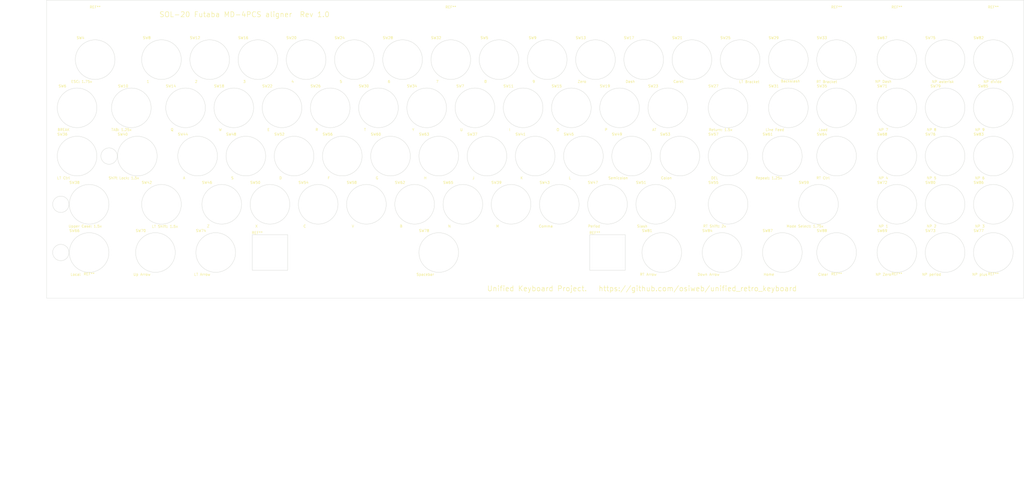
<source format=kicad_pcb>
(kicad_pcb (version 20171130) (host pcbnew "(5.1.5-0-10_14)")

  (general
    (thickness 1.6)
    (drawings 10)
    (tracks 0)
    (zones 0)
    (modules 96)
    (nets 1)
  )

  (page C)
  (title_block
    (title "Unified Retro Keyboard")
    (date 2019-08-25)
    (rev 1.3)
    (company OSIWeb.org)
    (comment 1 "Key matrix w/ LED")
  )

  (layers
    (0 F.Cu signal)
    (31 B.Cu signal)
    (32 B.Adhes user)
    (33 F.Adhes user)
    (34 B.Paste user)
    (35 F.Paste user)
    (36 B.SilkS user)
    (37 F.SilkS user)
    (38 B.Mask user)
    (39 F.Mask user)
    (40 Dwgs.User user)
    (41 Cmts.User user)
    (42 Eco1.User user)
    (43 Eco2.User user)
    (44 Edge.Cuts user)
    (45 Margin user)
    (46 B.CrtYd user)
    (47 F.CrtYd user)
    (48 B.Fab user)
    (49 F.Fab user)
  )

  (setup
    (last_trace_width 0.254)
    (user_trace_width 0.254)
    (user_trace_width 0.508)
    (user_trace_width 1.27)
    (trace_clearance 0.2)
    (zone_clearance 0.508)
    (zone_45_only no)
    (trace_min 0.2)
    (via_size 0.8128)
    (via_drill 0.4064)
    (via_min_size 0.4)
    (via_min_drill 0.3)
    (user_via 1.27 0.7112)
    (uvia_size 0.3048)
    (uvia_drill 0.1016)
    (uvias_allowed no)
    (uvia_min_size 0.2)
    (uvia_min_drill 0.1)
    (edge_width 0.05)
    (segment_width 0.2)
    (pcb_text_width 0.3)
    (pcb_text_size 1.5 1.5)
    (mod_edge_width 0.12)
    (mod_text_size 1 1)
    (mod_text_width 0.15)
    (pad_size 3.81 3.81)
    (pad_drill 3.81)
    (pad_to_mask_clearance 0)
    (aux_axis_origin 61.4172 179.1081)
    (grid_origin 76.835 223.393)
    (visible_elements 7FFFEFFF)
    (pcbplotparams
      (layerselection 0x010fc_ffffffff)
      (usegerberextensions false)
      (usegerberattributes false)
      (usegerberadvancedattributes false)
      (creategerberjobfile false)
      (excludeedgelayer true)
      (linewidth 0.100000)
      (plotframeref false)
      (viasonmask false)
      (mode 1)
      (useauxorigin false)
      (hpglpennumber 1)
      (hpglpenspeed 20)
      (hpglpendiameter 15.000000)
      (psnegative false)
      (psa4output false)
      (plotreference true)
      (plotvalue true)
      (plotinvisibletext false)
      (padsonsilk false)
      (subtractmaskfromsilk false)
      (outputformat 1)
      (mirror false)
      (drillshape 0)
      (scaleselection 1)
      (outputdirectory "outputs"))
  )

  (net 0 "")

  (net_class Default "This is the default net class."
    (clearance 0.2)
    (trace_width 0.254)
    (via_dia 0.8128)
    (via_drill 0.4064)
    (uvia_dia 0.3048)
    (uvia_drill 0.1016)
    (diff_pair_width 0.2032)
    (diff_pair_gap 0.254)
  )

  (net_class power1 ""
    (clearance 0.254)
    (trace_width 1.27)
    (via_dia 1.27)
    (via_drill 0.7112)
    (uvia_dia 0.3048)
    (uvia_drill 0.1016)
    (diff_pair_width 0.2032)
    (diff_pair_gap 0.254)
  )

  (net_class signal ""
    (clearance 0.2032)
    (trace_width 0.254)
    (via_dia 0.8128)
    (via_drill 0.4064)
    (uvia_dia 0.3048)
    (uvia_drill 0.1016)
    (diff_pair_width 0.2032)
    (diff_pair_gap 0.254)
  )

  (module MountingHole:MountingHole_3.2mm_M3 locked (layer F.Cu) (tedit 56D1B4CB) (tstamp 5E75490D)
    (at 113.33988 219.49156)
    (descr "Mounting Hole 3.2mm, no annular, M3")
    (tags "mounting hole 3.2mm no annular m3")
    (attr virtual)
    (fp_text reference REF** (at 0 -4.2) (layer F.SilkS)
      (effects (font (size 1 1) (thickness 0.15)))
    )
    (fp_text value MountingHole_3.2mm_M3 (at 0 4.2) (layer F.Fab)
      (effects (font (size 1 1) (thickness 0.15)))
    )
    (fp_text user %R (at 0.3 0) (layer F.Fab)
      (effects (font (size 1 1) (thickness 0.15)))
    )
    (fp_circle (center 0 0) (end 3.2 0) (layer Cmts.User) (width 0.15))
    (fp_circle (center 0 0) (end 3.45 0) (layer F.CrtYd) (width 0.05))
    (pad 1 np_thru_hole circle (at 0 0) (size 3.2 3.2) (drill 3.2) (layers *.Cu *.Mask))
  )

  (module MountingHole:MountingHole_3.2mm_M3 locked (layer F.Cu) (tedit 56D1B4CB) (tstamp 5E75490D)
    (at 408.61488 219.49156)
    (descr "Mounting Hole 3.2mm, no annular, M3")
    (tags "mounting hole 3.2mm no annular m3")
    (attr virtual)
    (fp_text reference REF** (at 0 -4.2) (layer F.SilkS)
      (effects (font (size 1 1) (thickness 0.15)))
    )
    (fp_text value MountingHole_3.2mm_M3 (at 0 4.2) (layer F.Fab)
      (effects (font (size 1 1) (thickness 0.15)))
    )
    (fp_text user %R (at 0.3 0) (layer F.Fab)
      (effects (font (size 1 1) (thickness 0.15)))
    )
    (fp_circle (center 0 0) (end 3.2 0) (layer Cmts.User) (width 0.15))
    (fp_circle (center 0 0) (end 3.45 0) (layer F.CrtYd) (width 0.05))
    (pad 1 np_thru_hole circle (at 0 0) (size 3.2 3.2) (drill 3.2) (layers *.Cu *.Mask))
  )

  (module MountingHole:MountingHole_3.2mm_M3 locked (layer F.Cu) (tedit 56D1B4CB) (tstamp 5E75490D)
    (at 432.42738 219.49156)
    (descr "Mounting Hole 3.2mm, no annular, M3")
    (tags "mounting hole 3.2mm no annular m3")
    (attr virtual)
    (fp_text reference REF** (at 0 -4.2) (layer F.SilkS)
      (effects (font (size 1 1) (thickness 0.15)))
    )
    (fp_text value MountingHole_3.2mm_M3 (at 0 4.2) (layer F.Fab)
      (effects (font (size 1 1) (thickness 0.15)))
    )
    (fp_text user %R (at 0.3 0) (layer F.Fab)
      (effects (font (size 1 1) (thickness 0.15)))
    )
    (fp_circle (center 0 0) (end 3.2 0) (layer Cmts.User) (width 0.15))
    (fp_circle (center 0 0) (end 3.45 0) (layer F.CrtYd) (width 0.05))
    (pad 1 np_thru_hole circle (at 0 0) (size 3.2 3.2) (drill 3.2) (layers *.Cu *.Mask))
  )

  (module MountingHole:MountingHole_3.2mm_M3 locked (layer F.Cu) (tedit 56D1B4CB) (tstamp 5E75490D)
    (at 470.52738 219.49156)
    (descr "Mounting Hole 3.2mm, no annular, M3")
    (tags "mounting hole 3.2mm no annular m3")
    (attr virtual)
    (fp_text reference REF** (at 0 -4.2) (layer F.SilkS)
      (effects (font (size 1 1) (thickness 0.15)))
    )
    (fp_text value MountingHole_3.2mm_M3 (at 0 4.2) (layer F.Fab)
      (effects (font (size 1 1) (thickness 0.15)))
    )
    (fp_text user %R (at 0.3 0) (layer F.Fab)
      (effects (font (size 1 1) (thickness 0.15)))
    )
    (fp_circle (center 0 0) (end 3.2 0) (layer Cmts.User) (width 0.15))
    (fp_circle (center 0 0) (end 3.45 0) (layer F.CrtYd) (width 0.05))
    (pad 1 np_thru_hole circle (at 0 0) (size 3.2 3.2) (drill 3.2) (layers *.Cu *.Mask))
  )

  (module MountingHole:MountingHole_3.2mm_M3 locked (layer F.Cu) (tedit 56D1B4CB) (tstamp 5E75490D)
    (at 470.52738 114.08156)
    (descr "Mounting Hole 3.2mm, no annular, M3")
    (tags "mounting hole 3.2mm no annular m3")
    (attr virtual)
    (fp_text reference REF** (at 0 -4.2) (layer F.SilkS)
      (effects (font (size 1 1) (thickness 0.15)))
    )
    (fp_text value MountingHole_3.2mm_M3 (at 0 4.2) (layer F.Fab)
      (effects (font (size 1 1) (thickness 0.15)))
    )
    (fp_text user %R (at 0.3 0) (layer F.Fab)
      (effects (font (size 1 1) (thickness 0.15)))
    )
    (fp_circle (center 0 0) (end 3.2 0) (layer Cmts.User) (width 0.15))
    (fp_circle (center 0 0) (end 3.45 0) (layer F.CrtYd) (width 0.05))
    (pad 1 np_thru_hole circle (at 0 0) (size 3.2 3.2) (drill 3.2) (layers *.Cu *.Mask))
  )

  (module MountingHole:MountingHole_3.2mm_M3 locked (layer F.Cu) (tedit 56D1B4CB) (tstamp 5E75490D)
    (at 432.42738 114.08156)
    (descr "Mounting Hole 3.2mm, no annular, M3")
    (tags "mounting hole 3.2mm no annular m3")
    (attr virtual)
    (fp_text reference REF** (at 0 -4.2) (layer F.SilkS)
      (effects (font (size 1 1) (thickness 0.15)))
    )
    (fp_text value MountingHole_3.2mm_M3 (at 0 4.2) (layer F.Fab)
      (effects (font (size 1 1) (thickness 0.15)))
    )
    (fp_text user %R (at 0.3 0) (layer F.Fab)
      (effects (font (size 1 1) (thickness 0.15)))
    )
    (fp_circle (center 0 0) (end 3.2 0) (layer Cmts.User) (width 0.15))
    (fp_circle (center 0 0) (end 3.45 0) (layer F.CrtYd) (width 0.05))
    (pad 1 np_thru_hole circle (at 0 0) (size 3.2 3.2) (drill 3.2) (layers *.Cu *.Mask))
  )

  (module MountingHole:MountingHole_3.2mm_M3 locked (layer F.Cu) (tedit 56D1B4CB) (tstamp 5E75490D)
    (at 408.61488 114.08156)
    (descr "Mounting Hole 3.2mm, no annular, M3")
    (tags "mounting hole 3.2mm no annular m3")
    (attr virtual)
    (fp_text reference REF** (at 0 -4.2) (layer F.SilkS)
      (effects (font (size 1 1) (thickness 0.15)))
    )
    (fp_text value MountingHole_3.2mm_M3 (at 0 4.2) (layer F.Fab)
      (effects (font (size 1 1) (thickness 0.15)))
    )
    (fp_text user %R (at 0.3 0) (layer F.Fab)
      (effects (font (size 1 1) (thickness 0.15)))
    )
    (fp_circle (center 0 0) (end 3.2 0) (layer Cmts.User) (width 0.15))
    (fp_circle (center 0 0) (end 3.45 0) (layer F.CrtYd) (width 0.05))
    (pad 1 np_thru_hole circle (at 0 0) (size 3.2 3.2) (drill 3.2) (layers *.Cu *.Mask))
  )

  (module MountingHole:MountingHole_3.2mm_M3 locked (layer F.Cu) (tedit 56D1B4CB) (tstamp 5E75490D)
    (at 256.21488 114.08156)
    (descr "Mounting Hole 3.2mm, no annular, M3")
    (tags "mounting hole 3.2mm no annular m3")
    (attr virtual)
    (fp_text reference REF** (at 0 -4.2) (layer F.SilkS)
      (effects (font (size 1 1) (thickness 0.15)))
    )
    (fp_text value MountingHole_3.2mm_M3 (at 0 4.2) (layer F.Fab)
      (effects (font (size 1 1) (thickness 0.15)))
    )
    (fp_text user %R (at 0.3 0) (layer F.Fab)
      (effects (font (size 1 1) (thickness 0.15)))
    )
    (fp_circle (center 0 0) (end 3.2 0) (layer Cmts.User) (width 0.15))
    (fp_circle (center 0 0) (end 3.45 0) (layer F.CrtYd) (width 0.05))
    (pad 1 np_thru_hole circle (at 0 0) (size 3.2 3.2) (drill 3.2) (layers *.Cu *.Mask))
  )

  (module MountingHole:MountingHole_3.2mm_M3 locked (layer F.Cu) (tedit 56D1B4CB) (tstamp 5E7500B4)
    (at 115.72113 114.08156)
    (descr "Mounting Hole 3.2mm, no annular, M3")
    (tags "mounting hole 3.2mm no annular m3")
    (attr virtual)
    (fp_text reference REF** (at 0 -4.2) (layer F.SilkS)
      (effects (font (size 1 1) (thickness 0.15)))
    )
    (fp_text value MountingHole_3.2mm_M3 (at 0 4.2) (layer F.Fab)
      (effects (font (size 1 1) (thickness 0.15)))
    )
    (fp_circle (center 0 0) (end 3.45 0) (layer F.CrtYd) (width 0.05))
    (fp_circle (center 0 0) (end 3.2 0) (layer Cmts.User) (width 0.15))
    (fp_text user %R (at 0.3 0) (layer F.Fab)
      (effects (font (size 1 1) (thickness 0.15)))
    )
    (pad 1 np_thru_hole circle (at 0 0) (size 3.2 3.2) (drill 3.2) (layers *.Cu *.Mask))
  )

  (module unikbd:Key_MX_Aligner (layer F.Cu) (tedit 5E72B33B) (tstamp 5E7310BE)
    (at 318.12738 206.79156)
    (fp_text reference REF** (at -5.0292 -7.7724) (layer F.SilkS)
      (effects (font (size 1 1) (thickness 0.15)))
    )
    (fp_text value Key_MX_Aligner (at 0 7.9756) (layer B.Fab)
      (effects (font (size 1 1) (thickness 0.15)))
    )
    (fp_line (start -6.985 -6.985) (end -6.985 6.985) (layer Edge.Cuts) (width 0.12))
    (fp_line (start 6.985 6.985) (end 6.985 -6.985) (layer Edge.Cuts) (width 0.12))
    (fp_line (start -6.985 -6.985) (end 6.985 -6.985) (layer Edge.Cuts) (width 0.12))
    (fp_line (start -6.985 6.985) (end 6.985 6.985) (layer Edge.Cuts) (width 0.12))
  )

  (module unikbd:Key_MX_Aligner (layer F.Cu) (tedit 5E72B33B) (tstamp 5E73109A)
    (at 184.77738 206.79156)
    (fp_text reference REF** (at -5.0292 -7.7724) (layer F.SilkS)
      (effects (font (size 1 1) (thickness 0.15)))
    )
    (fp_text value Key_MX_Aligner (at 0 7.9756) (layer B.Fab)
      (effects (font (size 1 1) (thickness 0.15)))
    )
    (fp_line (start -6.985 -6.985) (end -6.985 6.985) (layer Edge.Cuts) (width 0.12))
    (fp_line (start 6.985 6.985) (end 6.985 -6.985) (layer Edge.Cuts) (width 0.12))
    (fp_line (start -6.985 -6.985) (end 6.985 -6.985) (layer Edge.Cuts) (width 0.12))
    (fp_line (start -6.985 6.985) (end 6.985 6.985) (layer Edge.Cuts) (width 0.12))
  )

  (module unikbd:Futaba-MD-4PCS-aligner locked (layer F.Cu) (tedit 5DA63068) (tstamp 5E12D584)
    (at 251.45238 206.79156)
    (path /5E16AC8E/5E135ADC)
    (fp_text reference SW78 (at -5.7912 -8.6106) (layer F.SilkS)
      (effects (font (size 1 1) (thickness 0.15)))
    )
    (fp_text value Spacebar (at -5.334 8.6614) (layer F.SilkS)
      (effects (font (size 1 1) (thickness 0.15)))
    )
    (fp_circle (center 0 0) (end 7.8232 0) (layer Edge.Cuts) (width 0.12))
    (pad "" np_thru_hole circle (at -6.985 -6.985) (size 1.6256 1.6256) (drill 1.6256) (layers *.Cu *.Mask))
    (pad "" np_thru_hole circle (at -6.985 6.985) (size 1.6256 1.6256) (drill 1.6256) (layers *.Cu *.Mask))
    (pad "" np_thru_hole circle (at 6.985 6.985) (size 1.6256 1.6256) (drill 1.6256) (layers *.Cu *.Mask))
    (pad "" np_thru_hole circle (at 6.985 -6.985) (size 1.6256 1.6256) (drill 1.6256) (layers *.Cu *.Mask))
  )

  (module unikbd:Futaba-MD-4PCS-aligner locked (layer F.Cu) (tedit 5DA63068) (tstamp 5E12D458)
    (at 251.45238 168.69156)
    (path /5BC3E99D/5BC3FF70)
    (fp_text reference SW63 (at -5.7912 -8.6106) (layer F.SilkS)
      (effects (font (size 1 1) (thickness 0.15)))
    )
    (fp_text value H (at -5.334 8.6614) (layer F.SilkS)
      (effects (font (size 1 1) (thickness 0.15)))
    )
    (fp_circle (center 0 0) (end 7.8232 0) (layer Edge.Cuts) (width 0.12))
    (pad "" np_thru_hole circle (at -6.985 -6.985) (size 1.6256 1.6256) (drill 1.6256) (layers *.Cu *.Mask))
    (pad "" np_thru_hole circle (at -6.985 6.985) (size 1.6256 1.6256) (drill 1.6256) (layers *.Cu *.Mask))
    (pad "" np_thru_hole circle (at 6.985 6.985) (size 1.6256 1.6256) (drill 1.6256) (layers *.Cu *.Mask))
    (pad "" np_thru_hole circle (at 6.985 -6.985) (size 1.6256 1.6256) (drill 1.6256) (layers *.Cu *.Mask))
  )

  (module unikbd:Futaba-MD-4PCS-aligner locked (layer F.Cu) (tedit 5DA63068) (tstamp 5E12D41C)
    (at 232.40238 168.69156)
    (path /5BC3E99D/5BC3FF77)
    (fp_text reference SW60 (at -5.7912 -8.6106) (layer F.SilkS)
      (effects (font (size 1 1) (thickness 0.15)))
    )
    (fp_text value G (at -5.334 8.6614) (layer F.SilkS)
      (effects (font (size 1 1) (thickness 0.15)))
    )
    (fp_circle (center 0 0) (end 7.8232 0) (layer Edge.Cuts) (width 0.12))
    (pad "" np_thru_hole circle (at -6.985 -6.985) (size 1.6256 1.6256) (drill 1.6256) (layers *.Cu *.Mask))
    (pad "" np_thru_hole circle (at -6.985 6.985) (size 1.6256 1.6256) (drill 1.6256) (layers *.Cu *.Mask))
    (pad "" np_thru_hole circle (at 6.985 6.985) (size 1.6256 1.6256) (drill 1.6256) (layers *.Cu *.Mask))
    (pad "" np_thru_hole circle (at 6.985 -6.985) (size 1.6256 1.6256) (drill 1.6256) (layers *.Cu *.Mask))
  )

  (module unikbd:Futaba-MD-4PCS-aligner locked (layer F.Cu) (tedit 5DA63068) (tstamp 5E12D430)
    (at 387.18363 168.69156)
    (path /5BC3E99D/5BC6CD87)
    (fp_text reference SW61 (at -5.7912 -8.6106) (layer F.SilkS)
      (effects (font (size 1 1) (thickness 0.15)))
    )
    (fp_text value "Repeat: 1.25x" (at -5.334 8.6614) (layer F.SilkS)
      (effects (font (size 1 1) (thickness 0.15)))
    )
    (fp_circle (center 0 0) (end 7.8232 0) (layer Edge.Cuts) (width 0.12))
    (pad "" np_thru_hole circle (at -6.985 -6.985) (size 1.6256 1.6256) (drill 1.6256) (layers *.Cu *.Mask))
    (pad "" np_thru_hole circle (at -6.985 6.985) (size 1.6256 1.6256) (drill 1.6256) (layers *.Cu *.Mask))
    (pad "" np_thru_hole circle (at 6.985 6.985) (size 1.6256 1.6256) (drill 1.6256) (layers *.Cu *.Mask))
    (pad "" np_thru_hole circle (at 6.985 -6.985) (size 1.6256 1.6256) (drill 1.6256) (layers *.Cu *.Mask))
  )

  (module unikbd:Futaba-MD-4PCS-aligner locked (layer F.Cu) (tedit 5DA63068) (tstamp 5E12D3CC)
    (at 213.35238 168.69156)
    (path /5BC3E99D/5BC3FF69)
    (fp_text reference SW56 (at -5.7912 -8.6106) (layer F.SilkS)
      (effects (font (size 1 1) (thickness 0.15)))
    )
    (fp_text value F (at -5.334 8.6614) (layer F.SilkS)
      (effects (font (size 1 1) (thickness 0.15)))
    )
    (fp_circle (center 0 0) (end 7.8232 0) (layer Edge.Cuts) (width 0.12))
    (pad "" np_thru_hole circle (at -6.985 -6.985) (size 1.6256 1.6256) (drill 1.6256) (layers *.Cu *.Mask))
    (pad "" np_thru_hole circle (at -6.985 6.985) (size 1.6256 1.6256) (drill 1.6256) (layers *.Cu *.Mask))
    (pad "" np_thru_hole circle (at 6.985 6.985) (size 1.6256 1.6256) (drill 1.6256) (layers *.Cu *.Mask))
    (pad "" np_thru_hole circle (at 6.985 -6.985) (size 1.6256 1.6256) (drill 1.6256) (layers *.Cu *.Mask))
  )

  (module unikbd:Futaba-MD-4PCS-aligner locked (layer F.Cu) (tedit 5DA63068) (tstamp 5E12D46C)
    (at 408.61488 168.69156)
    (path /5BC3E99D/5BC6CD80)
    (fp_text reference SW64 (at -5.7912 -8.6106) (layer F.SilkS)
      (effects (font (size 1 1) (thickness 0.15)))
    )
    (fp_text value "RT Ctrl" (at -5.334 8.6614) (layer F.SilkS)
      (effects (font (size 1 1) (thickness 0.15)))
    )
    (fp_circle (center 0 0) (end 7.8232 0) (layer Edge.Cuts) (width 0.12))
    (pad "" np_thru_hole circle (at -6.985 -6.985) (size 1.6256 1.6256) (drill 1.6256) (layers *.Cu *.Mask))
    (pad "" np_thru_hole circle (at -6.985 6.985) (size 1.6256 1.6256) (drill 1.6256) (layers *.Cu *.Mask))
    (pad "" np_thru_hole circle (at 6.985 6.985) (size 1.6256 1.6256) (drill 1.6256) (layers *.Cu *.Mask))
    (pad "" np_thru_hole circle (at 6.985 -6.985) (size 1.6256 1.6256) (drill 1.6256) (layers *.Cu *.Mask))
  )

  (module unikbd:Futaba-MD-4PCS-aligner locked (layer F.Cu) (tedit 5DA63068) (tstamp 5E12D250)
    (at 270.50238 168.69156)
    (path /5BC3E99D/5E1BE11F)
    (fp_text reference SW37 (at -5.7912 -8.6106) (layer F.SilkS)
      (effects (font (size 1 1) (thickness 0.15)))
    )
    (fp_text value J (at -5.334 8.6614) (layer F.SilkS)
      (effects (font (size 1 1) (thickness 0.15)))
    )
    (fp_circle (center 0 0) (end 7.8232 0) (layer Edge.Cuts) (width 0.12))
    (pad "" np_thru_hole circle (at -6.985 -6.985) (size 1.6256 1.6256) (drill 1.6256) (layers *.Cu *.Mask))
    (pad "" np_thru_hole circle (at -6.985 6.985) (size 1.6256 1.6256) (drill 1.6256) (layers *.Cu *.Mask))
    (pad "" np_thru_hole circle (at 6.985 6.985) (size 1.6256 1.6256) (drill 1.6256) (layers *.Cu *.Mask))
    (pad "" np_thru_hole circle (at 6.985 -6.985) (size 1.6256 1.6256) (drill 1.6256) (layers *.Cu *.Mask))
  )

  (module unikbd:Futaba-MD-4PCS-aligner locked (layer F.Cu) (tedit 5DA63068) (tstamp 5E12D55C)
    (at 451.47738 168.69156)
    (path /5E16AC8E/5E1BE10C)
    (fp_text reference SW76 (at -5.7912 -8.6106) (layer F.SilkS)
      (effects (font (size 1 1) (thickness 0.15)))
    )
    (fp_text value "NP 5" (at -5.334 8.6614) (layer F.SilkS)
      (effects (font (size 1 1) (thickness 0.15)))
    )
    (fp_circle (center 0 0) (end 7.8232 0) (layer Edge.Cuts) (width 0.12))
    (pad "" np_thru_hole circle (at -6.985 -6.985) (size 1.6256 1.6256) (drill 1.6256) (layers *.Cu *.Mask))
    (pad "" np_thru_hole circle (at -6.985 6.985) (size 1.6256 1.6256) (drill 1.6256) (layers *.Cu *.Mask))
    (pad "" np_thru_hole circle (at 6.985 6.985) (size 1.6256 1.6256) (drill 1.6256) (layers *.Cu *.Mask))
    (pad "" np_thru_hole circle (at 6.985 -6.985) (size 1.6256 1.6256) (drill 1.6256) (layers *.Cu *.Mask))
  )

  (module unikbd:Futaba-MD-4PCS-aligner locked (layer F.Cu) (tedit 5DA63068) (tstamp 5E12D28C)
    (at 132.38988 168.69156)
    (path /5BC3E99D/5BC3FD26)
    (fp_text reference SW40 (at -5.7912 -8.6106) (layer F.SilkS)
      (effects (font (size 1 1) (thickness 0.15)))
    )
    (fp_text value "Shift Lock: 1.5x" (at -5.334 8.6614) (layer F.SilkS)
      (effects (font (size 1 1) (thickness 0.15)))
    )
    (fp_circle (center 0 0) (end 7.8232 0) (layer Edge.Cuts) (width 0.12))
    (pad "" np_thru_hole circle (at -6.985 -6.985) (size 1.6256 1.6256) (drill 1.6256) (layers *.Cu *.Mask))
    (pad "" np_thru_hole circle (at -6.985 6.985) (size 1.6256 1.6256) (drill 1.6256) (layers *.Cu *.Mask))
    (pad "" np_thru_hole circle (at 6.985 6.985) (size 1.6256 1.6256) (drill 1.6256) (layers *.Cu *.Mask))
    (pad "" np_thru_hole circle (at 6.985 -6.985) (size 1.6256 1.6256) (drill 1.6256) (layers *.Cu *.Mask))
  )

  (module unikbd:Futaba-MD-4PCS-aligner locked (layer F.Cu) (tedit 5DA63068) (tstamp 5E12D2A0)
    (at 289.55238 168.69156)
    (path /5BC3E99D/5BC6CD5D)
    (fp_text reference SW41 (at -5.7912 -8.6106) (layer F.SilkS)
      (effects (font (size 1 1) (thickness 0.15)))
    )
    (fp_text value K (at -5.334 8.6614) (layer F.SilkS)
      (effects (font (size 1 1) (thickness 0.15)))
    )
    (fp_circle (center 0 0) (end 7.8232 0) (layer Edge.Cuts) (width 0.12))
    (pad "" np_thru_hole circle (at -6.985 -6.985) (size 1.6256 1.6256) (drill 1.6256) (layers *.Cu *.Mask))
    (pad "" np_thru_hole circle (at -6.985 6.985) (size 1.6256 1.6256) (drill 1.6256) (layers *.Cu *.Mask))
    (pad "" np_thru_hole circle (at 6.985 6.985) (size 1.6256 1.6256) (drill 1.6256) (layers *.Cu *.Mask))
    (pad "" np_thru_hole circle (at 6.985 -6.985) (size 1.6256 1.6256) (drill 1.6256) (layers *.Cu *.Mask))
  )

  (module unikbd:Futaba-MD-4PCS-aligner locked (layer F.Cu) (tedit 5DA63068) (tstamp 5E12D2DC)
    (at 156.20238 168.69156)
    (path /5BC3E99D/5BC3FE57)
    (fp_text reference SW44 (at -5.7912 -8.6106) (layer F.SilkS)
      (effects (font (size 1 1) (thickness 0.15)))
    )
    (fp_text value A (at -5.334 8.6614) (layer F.SilkS)
      (effects (font (size 1 1) (thickness 0.15)))
    )
    (fp_circle (center 0 0) (end 7.8232 0) (layer Edge.Cuts) (width 0.12))
    (pad "" np_thru_hole circle (at -6.985 -6.985) (size 1.6256 1.6256) (drill 1.6256) (layers *.Cu *.Mask))
    (pad "" np_thru_hole circle (at -6.985 6.985) (size 1.6256 1.6256) (drill 1.6256) (layers *.Cu *.Mask))
    (pad "" np_thru_hole circle (at 6.985 6.985) (size 1.6256 1.6256) (drill 1.6256) (layers *.Cu *.Mask))
    (pad "" np_thru_hole circle (at 6.985 -6.985) (size 1.6256 1.6256) (drill 1.6256) (layers *.Cu *.Mask))
  )

  (module unikbd:Futaba-MD-4PCS-aligner locked (layer F.Cu) (tedit 5DA63068) (tstamp 5E12D2F0)
    (at 308.60238 168.69156)
    (path /5BC3E99D/5BC6CD6B)
    (fp_text reference SW45 (at -5.7912 -8.6106) (layer F.SilkS)
      (effects (font (size 1 1) (thickness 0.15)))
    )
    (fp_text value L (at -5.334 8.6614) (layer F.SilkS)
      (effects (font (size 1 1) (thickness 0.15)))
    )
    (fp_circle (center 0 0) (end 7.8232 0) (layer Edge.Cuts) (width 0.12))
    (pad "" np_thru_hole circle (at -6.985 -6.985) (size 1.6256 1.6256) (drill 1.6256) (layers *.Cu *.Mask))
    (pad "" np_thru_hole circle (at -6.985 6.985) (size 1.6256 1.6256) (drill 1.6256) (layers *.Cu *.Mask))
    (pad "" np_thru_hole circle (at 6.985 6.985) (size 1.6256 1.6256) (drill 1.6256) (layers *.Cu *.Mask))
    (pad "" np_thru_hole circle (at 6.985 -6.985) (size 1.6256 1.6256) (drill 1.6256) (layers *.Cu *.Mask))
  )

  (module unikbd:Futaba-MD-4PCS-aligner locked (layer F.Cu) (tedit 5DA63068) (tstamp 5E12D32C)
    (at 175.25238 168.69156)
    (path /5BC3E99D/5E1BE11D)
    (fp_text reference SW48 (at -5.7912 -8.6106) (layer F.SilkS)
      (effects (font (size 1 1) (thickness 0.15)))
    )
    (fp_text value S (at -5.334 8.6614) (layer F.SilkS)
      (effects (font (size 1 1) (thickness 0.15)))
    )
    (fp_circle (center 0 0) (end 7.8232 0) (layer Edge.Cuts) (width 0.12))
    (pad "" np_thru_hole circle (at -6.985 -6.985) (size 1.6256 1.6256) (drill 1.6256) (layers *.Cu *.Mask))
    (pad "" np_thru_hole circle (at -6.985 6.985) (size 1.6256 1.6256) (drill 1.6256) (layers *.Cu *.Mask))
    (pad "" np_thru_hole circle (at 6.985 6.985) (size 1.6256 1.6256) (drill 1.6256) (layers *.Cu *.Mask))
    (pad "" np_thru_hole circle (at 6.985 -6.985) (size 1.6256 1.6256) (drill 1.6256) (layers *.Cu *.Mask))
  )

  (module unikbd:Futaba-MD-4PCS-aligner locked (layer F.Cu) (tedit 5DA63068) (tstamp 5E12D340)
    (at 327.65238 168.69156)
    (path /5BC3E99D/5BC6CD64)
    (fp_text reference SW49 (at -5.7912 -8.6106) (layer F.SilkS)
      (effects (font (size 1 1) (thickness 0.15)))
    )
    (fp_text value Semicolon (at -5.334 8.6614) (layer F.SilkS)
      (effects (font (size 1 1) (thickness 0.15)))
    )
    (fp_circle (center 0 0) (end 7.8232 0) (layer Edge.Cuts) (width 0.12))
    (pad "" np_thru_hole circle (at -6.985 -6.985) (size 1.6256 1.6256) (drill 1.6256) (layers *.Cu *.Mask))
    (pad "" np_thru_hole circle (at -6.985 6.985) (size 1.6256 1.6256) (drill 1.6256) (layers *.Cu *.Mask))
    (pad "" np_thru_hole circle (at 6.985 6.985) (size 1.6256 1.6256) (drill 1.6256) (layers *.Cu *.Mask))
    (pad "" np_thru_hole circle (at 6.985 -6.985) (size 1.6256 1.6256) (drill 1.6256) (layers *.Cu *.Mask))
  )

  (module unikbd:Futaba-MD-4PCS-aligner locked (layer F.Cu) (tedit 5DA63068) (tstamp 5E12D37C)
    (at 194.30238 168.69156)
    (path /5BC3E99D/5E0AC938)
    (fp_text reference SW52 (at -5.7912 -8.6106) (layer F.SilkS)
      (effects (font (size 1 1) (thickness 0.15)))
    )
    (fp_text value D (at -5.334 8.6614) (layer F.SilkS)
      (effects (font (size 1 1) (thickness 0.15)))
    )
    (fp_circle (center 0 0) (end 7.8232 0) (layer Edge.Cuts) (width 0.12))
    (pad "" np_thru_hole circle (at -6.985 -6.985) (size 1.6256 1.6256) (drill 1.6256) (layers *.Cu *.Mask))
    (pad "" np_thru_hole circle (at -6.985 6.985) (size 1.6256 1.6256) (drill 1.6256) (layers *.Cu *.Mask))
    (pad "" np_thru_hole circle (at 6.985 6.985) (size 1.6256 1.6256) (drill 1.6256) (layers *.Cu *.Mask))
    (pad "" np_thru_hole circle (at 6.985 -6.985) (size 1.6256 1.6256) (drill 1.6256) (layers *.Cu *.Mask))
  )

  (module unikbd:Futaba-MD-4PCS-aligner locked (layer F.Cu) (tedit 5DA63068) (tstamp 5E12D390)
    (at 346.70238 168.69156)
    (path /5BC3E99D/5BC6CD72)
    (fp_text reference SW53 (at -5.7912 -8.6106) (layer F.SilkS)
      (effects (font (size 1 1) (thickness 0.15)))
    )
    (fp_text value Colon (at -5.334 8.6614) (layer F.SilkS)
      (effects (font (size 1 1) (thickness 0.15)))
    )
    (fp_circle (center 0 0) (end 7.8232 0) (layer Edge.Cuts) (width 0.12))
    (pad "" np_thru_hole circle (at -6.985 -6.985) (size 1.6256 1.6256) (drill 1.6256) (layers *.Cu *.Mask))
    (pad "" np_thru_hole circle (at -6.985 6.985) (size 1.6256 1.6256) (drill 1.6256) (layers *.Cu *.Mask))
    (pad "" np_thru_hole circle (at 6.985 6.985) (size 1.6256 1.6256) (drill 1.6256) (layers *.Cu *.Mask))
    (pad "" np_thru_hole circle (at 6.985 -6.985) (size 1.6256 1.6256) (drill 1.6256) (layers *.Cu *.Mask))
  )

  (module unikbd:Futaba-MD-4PCS-aligner locked (layer F.Cu) (tedit 5DA63068) (tstamp 5E12D4BC)
    (at 432.42738 168.69156)
    (path /5E16AC8E/5E1BE109)
    (fp_text reference SW68 (at -5.7912 -8.6106) (layer F.SilkS)
      (effects (font (size 1 1) (thickness 0.15)))
    )
    (fp_text value "NP 4" (at -5.334 8.6614) (layer F.SilkS)
      (effects (font (size 1 1) (thickness 0.15)))
    )
    (fp_circle (center 0 0) (end 7.8232 0) (layer Edge.Cuts) (width 0.12))
    (pad "" np_thru_hole circle (at -6.985 -6.985) (size 1.6256 1.6256) (drill 1.6256) (layers *.Cu *.Mask))
    (pad "" np_thru_hole circle (at -6.985 6.985) (size 1.6256 1.6256) (drill 1.6256) (layers *.Cu *.Mask))
    (pad "" np_thru_hole circle (at 6.985 6.985) (size 1.6256 1.6256) (drill 1.6256) (layers *.Cu *.Mask))
    (pad "" np_thru_hole circle (at 6.985 -6.985) (size 1.6256 1.6256) (drill 1.6256) (layers *.Cu *.Mask))
  )

  (module unikbd:Futaba-MD-4PCS-aligner locked (layer F.Cu) (tedit 5DA63068) (tstamp 5E12D5E8)
    (at 470.52738 168.69156)
    (path /5E16AC8E/5E1BE10D)
    (fp_text reference SW83 (at -5.7912 -8.6106) (layer F.SilkS)
      (effects (font (size 1 1) (thickness 0.15)))
    )
    (fp_text value "NP 6" (at -5.334 8.6614) (layer F.SilkS)
      (effects (font (size 1 1) (thickness 0.15)))
    )
    (fp_circle (center 0 0) (end 7.8232 0) (layer Edge.Cuts) (width 0.12))
    (pad "" np_thru_hole circle (at -6.985 -6.985) (size 1.6256 1.6256) (drill 1.6256) (layers *.Cu *.Mask))
    (pad "" np_thru_hole circle (at -6.985 6.985) (size 1.6256 1.6256) (drill 1.6256) (layers *.Cu *.Mask))
    (pad "" np_thru_hole circle (at 6.985 6.985) (size 1.6256 1.6256) (drill 1.6256) (layers *.Cu *.Mask))
    (pad "" np_thru_hole circle (at 6.985 -6.985) (size 1.6256 1.6256) (drill 1.6256) (layers *.Cu *.Mask))
  )

  (module unikbd:Futaba-MD-4PCS-aligner locked (layer F.Cu) (tedit 5DA63068) (tstamp 5E12D3E0)
    (at 365.75238 168.69156)
    (path /5BC3E99D/5BC6CD79)
    (fp_text reference SW57 (at -5.7912 -8.6106) (layer F.SilkS)
      (effects (font (size 1 1) (thickness 0.15)))
    )
    (fp_text value DEL (at -5.334 8.6614) (layer F.SilkS)
      (effects (font (size 1 1) (thickness 0.15)))
    )
    (fp_circle (center 0 0) (end 7.8232 0) (layer Edge.Cuts) (width 0.12))
    (pad "" np_thru_hole circle (at -6.985 -6.985) (size 1.6256 1.6256) (drill 1.6256) (layers *.Cu *.Mask))
    (pad "" np_thru_hole circle (at -6.985 6.985) (size 1.6256 1.6256) (drill 1.6256) (layers *.Cu *.Mask))
    (pad "" np_thru_hole circle (at 6.985 6.985) (size 1.6256 1.6256) (drill 1.6256) (layers *.Cu *.Mask))
    (pad "" np_thru_hole circle (at 6.985 -6.985) (size 1.6256 1.6256) (drill 1.6256) (layers *.Cu *.Mask))
  )

  (module unikbd:Futaba-MD-4PCS-aligner locked (layer F.Cu) (tedit 5DA63068) (tstamp 5E12D3A4)
    (at 203.82738 187.74156)
    (path /5BC3E99D/5BC6CEF2)
    (fp_text reference SW54 (at -5.7912 -8.6106) (layer F.SilkS)
      (effects (font (size 1 1) (thickness 0.15)))
    )
    (fp_text value C (at -5.334 8.6614) (layer F.SilkS)
      (effects (font (size 1 1) (thickness 0.15)))
    )
    (fp_circle (center 0 0) (end 7.8232 0) (layer Edge.Cuts) (width 0.12))
    (pad "" np_thru_hole circle (at -6.985 -6.985) (size 1.6256 1.6256) (drill 1.6256) (layers *.Cu *.Mask))
    (pad "" np_thru_hole circle (at -6.985 6.985) (size 1.6256 1.6256) (drill 1.6256) (layers *.Cu *.Mask))
    (pad "" np_thru_hole circle (at 6.985 6.985) (size 1.6256 1.6256) (drill 1.6256) (layers *.Cu *.Mask))
    (pad "" np_thru_hole circle (at 6.985 -6.985) (size 1.6256 1.6256) (drill 1.6256) (layers *.Cu *.Mask))
  )

  (module unikbd:Futaba-MD-4PCS-aligner locked (layer F.Cu) (tedit 5DA63068) (tstamp 5E6EC726)
    (at 163.34613 206.79156)
    (path /5E16AC8E/5E1BE0F6)
    (fp_text reference SW74 (at -5.7912 -8.6106) (layer F.SilkS)
      (effects (font (size 1 1) (thickness 0.15)))
    )
    (fp_text value "LT Arrow" (at -5.334 8.6614) (layer F.SilkS)
      (effects (font (size 1 1) (thickness 0.15)))
    )
    (fp_circle (center 0 0) (end 7.8232 0) (layer Edge.Cuts) (width 0.12))
    (pad "" np_thru_hole circle (at -6.985 -6.985) (size 1.6256 1.6256) (drill 1.6256) (layers *.Cu *.Mask))
    (pad "" np_thru_hole circle (at -6.985 6.985) (size 1.6256 1.6256) (drill 1.6256) (layers *.Cu *.Mask))
    (pad "" np_thru_hole circle (at 6.985 6.985) (size 1.6256 1.6256) (drill 1.6256) (layers *.Cu *.Mask))
    (pad "" np_thru_hole circle (at 6.985 -6.985) (size 1.6256 1.6256) (drill 1.6256) (layers *.Cu *.Mask))
  )

  (module unikbd:Futaba-MD-4PCS-aligner locked (layer F.Cu) (tedit 5DA63068) (tstamp 5E120789)
    (at 470.52738 149.64156)
    (path /5E16AC8E/5E1BE103)
    (fp_text reference SW85 (at -4.03098 -8.56996) (layer F.SilkS)
      (effects (font (size 1 1) (thickness 0.15)))
    )
    (fp_text value "NP 9" (at -5.334 8.6614) (layer F.SilkS)
      (effects (font (size 1 1) (thickness 0.15)))
    )
    (fp_circle (center 0 0) (end 7.8232 0) (layer Edge.Cuts) (width 0.12))
    (pad "" np_thru_hole circle (at -6.985 -6.985) (size 1.6256 1.6256) (drill 1.6256) (layers *.Cu *.Mask))
    (pad "" np_thru_hole circle (at -6.985 6.985) (size 1.6256 1.6256) (drill 1.6256) (layers *.Cu *.Mask))
    (pad "" np_thru_hole circle (at 6.985 6.985) (size 1.6256 1.6256) (drill 1.6256) (layers *.Cu *.Mask))
    (pad "" np_thru_hole circle (at 6.985 -6.985) (size 1.6256 1.6256) (drill 1.6256) (layers *.Cu *.Mask))
  )

  (module unikbd:Futaba-MD-4PCS-aligner locked (layer F.Cu) (tedit 5DA63068) (tstamp 5E12D1C4)
    (at 227.63988 149.64156)
    (path /5BC3EA0A/5BCAF420)
    (fp_text reference SW30 (at -5.7912 -8.6106) (layer F.SilkS)
      (effects (font (size 1 1) (thickness 0.15)))
    )
    (fp_text value T (at -5.334 8.6614) (layer F.SilkS)
      (effects (font (size 1 1) (thickness 0.15)))
    )
    (fp_circle (center 0 0) (end 7.8232 0) (layer Edge.Cuts) (width 0.12))
    (pad "" np_thru_hole circle (at -6.985 -6.985) (size 1.6256 1.6256) (drill 1.6256) (layers *.Cu *.Mask))
    (pad "" np_thru_hole circle (at -6.985 6.985) (size 1.6256 1.6256) (drill 1.6256) (layers *.Cu *.Mask))
    (pad "" np_thru_hole circle (at 6.985 6.985) (size 1.6256 1.6256) (drill 1.6256) (layers *.Cu *.Mask))
    (pad "" np_thru_hole circle (at 6.985 -6.985) (size 1.6256 1.6256) (drill 1.6256) (layers *.Cu *.Mask))
  )

  (module unikbd:Futaba-MD-4PCS-aligner locked (layer F.Cu) (tedit 5DA63068) (tstamp 5E12D64C)
    (at 408.61488 206.79156)
    (path /5E16AC8E/5E1BE0F8)
    (fp_text reference SW88 (at -5.7912 -8.6106) (layer F.SilkS)
      (effects (font (size 1 1) (thickness 0.15)))
    )
    (fp_text value Clear (at -5.334 8.6614) (layer F.SilkS)
      (effects (font (size 1 1) (thickness 0.15)))
    )
    (fp_circle (center 0 0) (end 7.8232 0) (layer Edge.Cuts) (width 0.12))
    (pad "" np_thru_hole circle (at -6.985 -6.985) (size 1.6256 1.6256) (drill 1.6256) (layers *.Cu *.Mask))
    (pad "" np_thru_hole circle (at -6.985 6.985) (size 1.6256 1.6256) (drill 1.6256) (layers *.Cu *.Mask))
    (pad "" np_thru_hole circle (at 6.985 6.985) (size 1.6256 1.6256) (drill 1.6256) (layers *.Cu *.Mask))
    (pad "" np_thru_hole circle (at 6.985 -6.985) (size 1.6256 1.6256) (drill 1.6256) (layers *.Cu *.Mask))
  )

  (module unikbd:Futaba-MD-4PCS-aligner locked (layer F.Cu) (tedit 5DA63068) (tstamp 5E12D638)
    (at 387.18363 206.79156)
    (path /5E16AC8E/5E1BE0F9)
    (fp_text reference SW87 (at -5.7912 -8.6106) (layer F.SilkS)
      (effects (font (size 1 1) (thickness 0.15)))
    )
    (fp_text value Home (at -5.334 8.6614) (layer F.SilkS)
      (effects (font (size 1 1) (thickness 0.15)))
    )
    (fp_circle (center 0 0) (end 7.8232 0) (layer Edge.Cuts) (width 0.12))
    (pad "" np_thru_hole circle (at -6.985 -6.985) (size 1.6256 1.6256) (drill 1.6256) (layers *.Cu *.Mask))
    (pad "" np_thru_hole circle (at -6.985 6.985) (size 1.6256 1.6256) (drill 1.6256) (layers *.Cu *.Mask))
    (pad "" np_thru_hole circle (at 6.985 6.985) (size 1.6256 1.6256) (drill 1.6256) (layers *.Cu *.Mask))
    (pad "" np_thru_hole circle (at 6.985 -6.985) (size 1.6256 1.6256) (drill 1.6256) (layers *.Cu *.Mask))
  )

  (module unikbd:Futaba-MD-4PCS-aligner locked (layer F.Cu) (tedit 5DA63068) (tstamp 5E12D624)
    (at 470.52738 187.74156)
    (path /5E16AC8E/5E1BE10E)
    (fp_text reference SW86 (at -5.7912 -8.6106) (layer F.SilkS)
      (effects (font (size 1 1) (thickness 0.15)))
    )
    (fp_text value "NP 3" (at -5.334 8.6614) (layer F.SilkS)
      (effects (font (size 1 1) (thickness 0.15)))
    )
    (fp_circle (center 0 0) (end 7.8232 0) (layer Edge.Cuts) (width 0.12))
    (pad "" np_thru_hole circle (at -6.985 -6.985) (size 1.6256 1.6256) (drill 1.6256) (layers *.Cu *.Mask))
    (pad "" np_thru_hole circle (at -6.985 6.985) (size 1.6256 1.6256) (drill 1.6256) (layers *.Cu *.Mask))
    (pad "" np_thru_hole circle (at 6.985 6.985) (size 1.6256 1.6256) (drill 1.6256) (layers *.Cu *.Mask))
    (pad "" np_thru_hole circle (at 6.985 -6.985) (size 1.6256 1.6256) (drill 1.6256) (layers *.Cu *.Mask))
  )

  (module unikbd:Futaba-MD-4PCS-aligner locked (layer F.Cu) (tedit 5DA63068) (tstamp 5E12D5FC)
    (at 363.37113 206.79156)
    (path /5E16AC8E/5E1BE0F7)
    (fp_text reference SW84 (at -5.7912 -8.6106) (layer F.SilkS)
      (effects (font (size 1 1) (thickness 0.15)))
    )
    (fp_text value "Down Arrow" (at -5.334 8.6614) (layer F.SilkS)
      (effects (font (size 1 1) (thickness 0.15)))
    )
    (fp_circle (center 0 0) (end 7.8232 0) (layer Edge.Cuts) (width 0.12))
    (pad "" np_thru_hole circle (at -6.985 -6.985) (size 1.6256 1.6256) (drill 1.6256) (layers *.Cu *.Mask))
    (pad "" np_thru_hole circle (at -6.985 6.985) (size 1.6256 1.6256) (drill 1.6256) (layers *.Cu *.Mask))
    (pad "" np_thru_hole circle (at 6.985 6.985) (size 1.6256 1.6256) (drill 1.6256) (layers *.Cu *.Mask))
    (pad "" np_thru_hole circle (at 6.985 -6.985) (size 1.6256 1.6256) (drill 1.6256) (layers *.Cu *.Mask))
  )

  (module unikbd:Futaba-MD-4PCS-aligner locked (layer F.Cu) (tedit 5DA63068) (tstamp 5E12D5D4)
    (at 470.52738 130.59156)
    (path /5E16AC8E/5E1BE102)
    (fp_text reference SW82 (at -5.7912 -8.6106) (layer F.SilkS)
      (effects (font (size 1 1) (thickness 0.15)))
    )
    (fp_text value "NP divide" (at -0.29718 8.72744) (layer F.SilkS)
      (effects (font (size 1 1) (thickness 0.15)))
    )
    (fp_circle (center 0 0) (end 7.8232 0) (layer Edge.Cuts) (width 0.12))
    (pad "" np_thru_hole circle (at -6.985 -6.985) (size 1.6256 1.6256) (drill 1.6256) (layers *.Cu *.Mask))
    (pad "" np_thru_hole circle (at -6.985 6.985) (size 1.6256 1.6256) (drill 1.6256) (layers *.Cu *.Mask))
    (pad "" np_thru_hole circle (at 6.985 6.985) (size 1.6256 1.6256) (drill 1.6256) (layers *.Cu *.Mask))
    (pad "" np_thru_hole circle (at 6.985 -6.985) (size 1.6256 1.6256) (drill 1.6256) (layers *.Cu *.Mask))
  )

  (module unikbd:Futaba-MD-4PCS-aligner locked (layer F.Cu) (tedit 5DA63068) (tstamp 5E10B4C4)
    (at 339.55863 206.79156)
    (path /5E16AC8E/5E1BE119)
    (fp_text reference SW81 (at -5.7912 -8.6106) (layer F.SilkS)
      (effects (font (size 1 1) (thickness 0.15)))
    )
    (fp_text value "RT Arrow" (at -5.334 8.6614) (layer F.SilkS)
      (effects (font (size 1 1) (thickness 0.15)))
    )
    (fp_circle (center 0 0) (end 7.8232 0) (layer Edge.Cuts) (width 0.12))
    (pad "" np_thru_hole circle (at -6.985 -6.985) (size 1.6256 1.6256) (drill 1.6256) (layers *.Cu *.Mask))
    (pad "" np_thru_hole circle (at -6.985 6.985) (size 1.6256 1.6256) (drill 1.6256) (layers *.Cu *.Mask))
    (pad "" np_thru_hole circle (at 6.985 6.985) (size 1.6256 1.6256) (drill 1.6256) (layers *.Cu *.Mask))
    (pad "" np_thru_hole circle (at 6.985 -6.985) (size 1.6256 1.6256) (drill 1.6256) (layers *.Cu *.Mask))
  )

  (module unikbd:Futaba-MD-4PCS-aligner locked (layer F.Cu) (tedit 5DA63068) (tstamp 5E12D5AC)
    (at 451.47738 187.74156)
    (path /5E16AC8E/5E1BE10B)
    (fp_text reference SW80 (at -5.7912 -8.6106) (layer F.SilkS)
      (effects (font (size 1 1) (thickness 0.15)))
    )
    (fp_text value "NP 2" (at -5.334 8.6614) (layer F.SilkS)
      (effects (font (size 1 1) (thickness 0.15)))
    )
    (fp_circle (center 0 0) (end 7.8232 0) (layer Edge.Cuts) (width 0.12))
    (pad "" np_thru_hole circle (at -6.985 -6.985) (size 1.6256 1.6256) (drill 1.6256) (layers *.Cu *.Mask))
    (pad "" np_thru_hole circle (at -6.985 6.985) (size 1.6256 1.6256) (drill 1.6256) (layers *.Cu *.Mask))
    (pad "" np_thru_hole circle (at 6.985 6.985) (size 1.6256 1.6256) (drill 1.6256) (layers *.Cu *.Mask))
    (pad "" np_thru_hole circle (at 6.985 -6.985) (size 1.6256 1.6256) (drill 1.6256) (layers *.Cu *.Mask))
  )

  (module unikbd:Futaba-MD-4PCS-aligner locked (layer F.Cu) (tedit 5DA63068) (tstamp 5E12D598)
    (at 451.47738 149.64156)
    (path /5E16AC8E/5E1BE100)
    (fp_text reference SW79 (at -3.75158 -8.56996) (layer F.SilkS)
      (effects (font (size 1 1) (thickness 0.15)))
    )
    (fp_text value "NP 8" (at -5.334 8.6614) (layer F.SilkS)
      (effects (font (size 1 1) (thickness 0.15)))
    )
    (fp_circle (center 0 0) (end 7.8232 0) (layer Edge.Cuts) (width 0.12))
    (pad "" np_thru_hole circle (at -6.985 -6.985) (size 1.6256 1.6256) (drill 1.6256) (layers *.Cu *.Mask))
    (pad "" np_thru_hole circle (at -6.985 6.985) (size 1.6256 1.6256) (drill 1.6256) (layers *.Cu *.Mask))
    (pad "" np_thru_hole circle (at 6.985 6.985) (size 1.6256 1.6256) (drill 1.6256) (layers *.Cu *.Mask))
    (pad "" np_thru_hole circle (at 6.985 -6.985) (size 1.6256 1.6256) (drill 1.6256) (layers *.Cu *.Mask))
  )

  (module unikbd:Futaba-MD-4PCS-aligner locked (layer F.Cu) (tedit 5DA63068) (tstamp 5E12D570)
    (at 470.52738 206.79156)
    (path /5E16AC8E/5E1BE116)
    (fp_text reference SW77 (at -5.7912 -8.6106) (layer F.SilkS)
      (effects (font (size 1 1) (thickness 0.15)))
    )
    (fp_text value "NP plus" (at -5.334 8.6614) (layer F.SilkS)
      (effects (font (size 1 1) (thickness 0.15)))
    )
    (fp_circle (center 0 0) (end 7.8232 0) (layer Edge.Cuts) (width 0.12))
    (pad "" np_thru_hole circle (at -6.985 -6.985) (size 1.6256 1.6256) (drill 1.6256) (layers *.Cu *.Mask))
    (pad "" np_thru_hole circle (at -6.985 6.985) (size 1.6256 1.6256) (drill 1.6256) (layers *.Cu *.Mask))
    (pad "" np_thru_hole circle (at 6.985 6.985) (size 1.6256 1.6256) (drill 1.6256) (layers *.Cu *.Mask))
    (pad "" np_thru_hole circle (at 6.985 -6.985) (size 1.6256 1.6256) (drill 1.6256) (layers *.Cu *.Mask))
  )

  (module unikbd:Futaba-MD-4PCS-aligner locked (layer F.Cu) (tedit 5DA63068) (tstamp 5E114E20)
    (at 451.47738 130.59156)
    (path /5E16AC8E/5E1BE101)
    (fp_text reference SW75 (at -5.7912 -8.6106) (layer F.SilkS)
      (effects (font (size 1 1) (thickness 0.15)))
    )
    (fp_text value "NP asterisk" (at -0.88138 8.72744) (layer F.SilkS)
      (effects (font (size 1 1) (thickness 0.15)))
    )
    (fp_circle (center 0 0) (end 7.8232 0) (layer Edge.Cuts) (width 0.12))
    (pad "" np_thru_hole circle (at -6.985 -6.985) (size 1.6256 1.6256) (drill 1.6256) (layers *.Cu *.Mask))
    (pad "" np_thru_hole circle (at -6.985 6.985) (size 1.6256 1.6256) (drill 1.6256) (layers *.Cu *.Mask))
    (pad "" np_thru_hole circle (at 6.985 6.985) (size 1.6256 1.6256) (drill 1.6256) (layers *.Cu *.Mask))
    (pad "" np_thru_hole circle (at 6.985 -6.985) (size 1.6256 1.6256) (drill 1.6256) (layers *.Cu *.Mask))
  )

  (module unikbd:Futaba-MD-4PCS-aligner locked (layer F.Cu) (tedit 5DA63068) (tstamp 5E12D520)
    (at 451.47738 206.79156)
    (path /5E16AC8E/5BC6D0AD)
    (fp_text reference SW73 (at -5.7912 -8.6106) (layer F.SilkS)
      (effects (font (size 1 1) (thickness 0.15)))
    )
    (fp_text value "NP period" (at -5.334 8.6614) (layer F.SilkS)
      (effects (font (size 1 1) (thickness 0.15)))
    )
    (fp_circle (center 0 0) (end 7.8232 0) (layer Edge.Cuts) (width 0.12))
    (pad "" np_thru_hole circle (at -6.985 -6.985) (size 1.6256 1.6256) (drill 1.6256) (layers *.Cu *.Mask))
    (pad "" np_thru_hole circle (at -6.985 6.985) (size 1.6256 1.6256) (drill 1.6256) (layers *.Cu *.Mask))
    (pad "" np_thru_hole circle (at 6.985 6.985) (size 1.6256 1.6256) (drill 1.6256) (layers *.Cu *.Mask))
    (pad "" np_thru_hole circle (at 6.985 -6.985) (size 1.6256 1.6256) (drill 1.6256) (layers *.Cu *.Mask))
  )

  (module unikbd:Futaba-MD-4PCS-aligner locked (layer F.Cu) (tedit 5DA63068) (tstamp 5E12D50C)
    (at 432.42738 187.74156)
    (path /5E16AC8E/5E1BE10A)
    (fp_text reference SW72 (at -5.7912 -8.6106) (layer F.SilkS)
      (effects (font (size 1 1) (thickness 0.15)))
    )
    (fp_text value "NP 1" (at -5.334 8.6614) (layer F.SilkS)
      (effects (font (size 1 1) (thickness 0.15)))
    )
    (fp_circle (center 0 0) (end 7.8232 0) (layer Edge.Cuts) (width 0.12))
    (pad "" np_thru_hole circle (at -6.985 -6.985) (size 1.6256 1.6256) (drill 1.6256) (layers *.Cu *.Mask))
    (pad "" np_thru_hole circle (at -6.985 6.985) (size 1.6256 1.6256) (drill 1.6256) (layers *.Cu *.Mask))
    (pad "" np_thru_hole circle (at 6.985 6.985) (size 1.6256 1.6256) (drill 1.6256) (layers *.Cu *.Mask))
    (pad "" np_thru_hole circle (at 6.985 -6.985) (size 1.6256 1.6256) (drill 1.6256) (layers *.Cu *.Mask))
  )

  (module unikbd:Futaba-MD-4PCS-aligner locked (layer F.Cu) (tedit 5DA63068) (tstamp 5E12D4F8)
    (at 432.42738 149.64156)
    (path /5E16AC8E/5E1BE0FF)
    (fp_text reference SW71 (at -5.7912 -8.6106) (layer F.SilkS)
      (effects (font (size 1 1) (thickness 0.15)))
    )
    (fp_text value "NP 7" (at -5.334 8.6614) (layer F.SilkS)
      (effects (font (size 1 1) (thickness 0.15)))
    )
    (fp_circle (center 0 0) (end 7.8232 0) (layer Edge.Cuts) (width 0.12))
    (pad "" np_thru_hole circle (at -6.985 -6.985) (size 1.6256 1.6256) (drill 1.6256) (layers *.Cu *.Mask))
    (pad "" np_thru_hole circle (at -6.985 6.985) (size 1.6256 1.6256) (drill 1.6256) (layers *.Cu *.Mask))
    (pad "" np_thru_hole circle (at 6.985 6.985) (size 1.6256 1.6256) (drill 1.6256) (layers *.Cu *.Mask))
    (pad "" np_thru_hole circle (at 6.985 -6.985) (size 1.6256 1.6256) (drill 1.6256) (layers *.Cu *.Mask))
  )

  (module unikbd:Futaba-MD-4PCS-aligner locked (layer F.Cu) (tedit 5DA63068) (tstamp 5E12D4E4)
    (at 139.53363 206.79156)
    (path /5E16AC8E/5E1BE0F5)
    (fp_text reference SW70 (at -5.7912 -8.6106) (layer F.SilkS)
      (effects (font (size 1 1) (thickness 0.15)))
    )
    (fp_text value "Up Arrow" (at -5.334 8.6614) (layer F.SilkS)
      (effects (font (size 1 1) (thickness 0.15)))
    )
    (fp_circle (center 0 0) (end 7.8232 0) (layer Edge.Cuts) (width 0.12))
    (pad "" np_thru_hole circle (at -6.985 -6.985) (size 1.6256 1.6256) (drill 1.6256) (layers *.Cu *.Mask))
    (pad "" np_thru_hole circle (at -6.985 6.985) (size 1.6256 1.6256) (drill 1.6256) (layers *.Cu *.Mask))
    (pad "" np_thru_hole circle (at 6.985 6.985) (size 1.6256 1.6256) (drill 1.6256) (layers *.Cu *.Mask))
    (pad "" np_thru_hole circle (at 6.985 -6.985) (size 1.6256 1.6256) (drill 1.6256) (layers *.Cu *.Mask))
  )

  (module unikbd:Futaba-MD-4PCS-aligner locked (layer F.Cu) (tedit 5DA63068) (tstamp 5E12D4D0)
    (at 432.42738 206.79156)
    (path /5E16AC8E/5E149AE2)
    (fp_text reference SW69 (at -5.7912 -8.6106) (layer F.SilkS)
      (effects (font (size 1 1) (thickness 0.15)))
    )
    (fp_text value "NP Zero" (at -5.334 8.6614) (layer F.SilkS)
      (effects (font (size 1 1) (thickness 0.15)))
    )
    (fp_circle (center 0 0) (end 7.8232 0) (layer Edge.Cuts) (width 0.12))
    (pad "" np_thru_hole circle (at -6.985 -6.985) (size 1.6256 1.6256) (drill 1.6256) (layers *.Cu *.Mask))
    (pad "" np_thru_hole circle (at -6.985 6.985) (size 1.6256 1.6256) (drill 1.6256) (layers *.Cu *.Mask))
    (pad "" np_thru_hole circle (at 6.985 6.985) (size 1.6256 1.6256) (drill 1.6256) (layers *.Cu *.Mask))
    (pad "" np_thru_hole circle (at 6.985 -6.985) (size 1.6256 1.6256) (drill 1.6256) (layers *.Cu *.Mask))
  )

  (module unikbd:Futaba-MD-4PCS-aligner locked (layer F.Cu) (tedit 5DA63068) (tstamp 5E12D4A8)
    (at 432.42738 130.59156)
    (path /5E16AC8E/5E13E76B)
    (fp_text reference SW67 (at -5.7912 -8.6106) (layer F.SilkS)
      (effects (font (size 1 1) (thickness 0.15)))
    )
    (fp_text value "NP Dash" (at -5.334 8.6614) (layer F.SilkS)
      (effects (font (size 1 1) (thickness 0.15)))
    )
    (fp_circle (center 0 0) (end 7.8232 0) (layer Edge.Cuts) (width 0.12))
    (pad "" np_thru_hole circle (at -6.985 -6.985) (size 1.6256 1.6256) (drill 1.6256) (layers *.Cu *.Mask))
    (pad "" np_thru_hole circle (at -6.985 6.985) (size 1.6256 1.6256) (drill 1.6256) (layers *.Cu *.Mask))
    (pad "" np_thru_hole circle (at 6.985 6.985) (size 1.6256 1.6256) (drill 1.6256) (layers *.Cu *.Mask))
    (pad "" np_thru_hole circle (at 6.985 -6.985) (size 1.6256 1.6256) (drill 1.6256) (layers *.Cu *.Mask))
  )

  (module unikbd:Futaba-MD-4PCS-aligner locked (layer F.Cu) (tedit 5DA63068) (tstamp 5E12D494)
    (at 113.33988 206.79156)
    (path /5E16AC8E/5E12EFC1)
    (fp_text reference SW66 (at -5.7912 -8.6106) (layer F.SilkS)
      (effects (font (size 1 1) (thickness 0.15)))
    )
    (fp_text value Local (at -5.334 8.6614) (layer F.SilkS)
      (effects (font (size 1 1) (thickness 0.15)))
    )
    (fp_circle (center 0 0) (end 7.8232 0) (layer Edge.Cuts) (width 0.12))
    (pad "" np_thru_hole circle (at -6.985 -6.985) (size 1.6256 1.6256) (drill 1.6256) (layers *.Cu *.Mask))
    (pad "" np_thru_hole circle (at -6.985 6.985) (size 1.6256 1.6256) (drill 1.6256) (layers *.Cu *.Mask))
    (pad "" np_thru_hole circle (at 6.985 6.985) (size 1.6256 1.6256) (drill 1.6256) (layers *.Cu *.Mask))
    (pad "" np_thru_hole circle (at 6.985 -6.985) (size 1.6256 1.6256) (drill 1.6256) (layers *.Cu *.Mask))
  )

  (module unikbd:Futaba-MD-4PCS-aligner locked (layer F.Cu) (tedit 5DA63068) (tstamp 5E12D480)
    (at 260.97738 187.74156)
    (path /5BC3E99D/5BC6CF00)
    (fp_text reference SW65 (at -5.7912 -8.6106) (layer F.SilkS)
      (effects (font (size 1 1) (thickness 0.15)))
    )
    (fp_text value N (at -5.334 8.6614) (layer F.SilkS)
      (effects (font (size 1 1) (thickness 0.15)))
    )
    (fp_circle (center 0 0) (end 7.8232 0) (layer Edge.Cuts) (width 0.12))
    (pad "" np_thru_hole circle (at -6.985 -6.985) (size 1.6256 1.6256) (drill 1.6256) (layers *.Cu *.Mask))
    (pad "" np_thru_hole circle (at -6.985 6.985) (size 1.6256 1.6256) (drill 1.6256) (layers *.Cu *.Mask))
    (pad "" np_thru_hole circle (at 6.985 6.985) (size 1.6256 1.6256) (drill 1.6256) (layers *.Cu *.Mask))
    (pad "" np_thru_hole circle (at 6.985 -6.985) (size 1.6256 1.6256) (drill 1.6256) (layers *.Cu *.Mask))
  )

  (module unikbd:Futaba-MD-4PCS-aligner locked (layer F.Cu) (tedit 5DA63068) (tstamp 5E12D444)
    (at 241.92738 187.74156)
    (path /5BC3E99D/5BC6CF07)
    (fp_text reference SW62 (at -5.7912 -8.6106) (layer F.SilkS)
      (effects (font (size 1 1) (thickness 0.15)))
    )
    (fp_text value B (at -5.334 8.6614) (layer F.SilkS)
      (effects (font (size 1 1) (thickness 0.15)))
    )
    (fp_circle (center 0 0) (end 7.8232 0) (layer Edge.Cuts) (width 0.12))
    (pad "" np_thru_hole circle (at -6.985 -6.985) (size 1.6256 1.6256) (drill 1.6256) (layers *.Cu *.Mask))
    (pad "" np_thru_hole circle (at -6.985 6.985) (size 1.6256 1.6256) (drill 1.6256) (layers *.Cu *.Mask))
    (pad "" np_thru_hole circle (at 6.985 6.985) (size 1.6256 1.6256) (drill 1.6256) (layers *.Cu *.Mask))
    (pad "" np_thru_hole circle (at 6.985 -6.985) (size 1.6256 1.6256) (drill 1.6256) (layers *.Cu *.Mask))
  )

  (module unikbd:Futaba-MD-4PCS-aligner locked (layer F.Cu) (tedit 5DA63068) (tstamp 5E12D408)
    (at 401.47113 187.74156)
    (path /5BC3E99D/5BC6D0C9)
    (fp_text reference SW59 (at -5.7912 -8.6106) (layer F.SilkS)
      (effects (font (size 1 1) (thickness 0.15)))
    )
    (fp_text value "Mode Select: 1.75x" (at -5.334 8.6614) (layer F.SilkS)
      (effects (font (size 1 1) (thickness 0.15)))
    )
    (fp_circle (center 0 0) (end 7.8232 0) (layer Edge.Cuts) (width 0.12))
    (pad "" np_thru_hole circle (at -6.985 -6.985) (size 1.6256 1.6256) (drill 1.6256) (layers *.Cu *.Mask))
    (pad "" np_thru_hole circle (at -6.985 6.985) (size 1.6256 1.6256) (drill 1.6256) (layers *.Cu *.Mask))
    (pad "" np_thru_hole circle (at 6.985 6.985) (size 1.6256 1.6256) (drill 1.6256) (layers *.Cu *.Mask))
    (pad "" np_thru_hole circle (at 6.985 -6.985) (size 1.6256 1.6256) (drill 1.6256) (layers *.Cu *.Mask))
  )

  (module unikbd:Futaba-MD-4PCS-aligner locked (layer F.Cu) (tedit 5DA63068) (tstamp 5E12D3F4)
    (at 222.87738 187.74156)
    (path /5BC3E99D/5BC6CEF9)
    (fp_text reference SW58 (at -5.7912 -8.6106) (layer F.SilkS)
      (effects (font (size 1 1) (thickness 0.15)))
    )
    (fp_text value V (at -5.334 8.6614) (layer F.SilkS)
      (effects (font (size 1 1) (thickness 0.15)))
    )
    (fp_circle (center 0 0) (end 7.8232 0) (layer Edge.Cuts) (width 0.12))
    (pad "" np_thru_hole circle (at -6.985 -6.985) (size 1.6256 1.6256) (drill 1.6256) (layers *.Cu *.Mask))
    (pad "" np_thru_hole circle (at -6.985 6.985) (size 1.6256 1.6256) (drill 1.6256) (layers *.Cu *.Mask))
    (pad "" np_thru_hole circle (at 6.985 6.985) (size 1.6256 1.6256) (drill 1.6256) (layers *.Cu *.Mask))
    (pad "" np_thru_hole circle (at 6.985 -6.985) (size 1.6256 1.6256) (drill 1.6256) (layers *.Cu *.Mask))
  )

  (module unikbd:Futaba-MD-4PCS-aligner locked (layer F.Cu) (tedit 5DA63068) (tstamp 5E12D3B8)
    (at 365.75238 187.74156)
    (path /5BC3E99D/5BC6D0C2)
    (fp_text reference SW55 (at -5.7912 -8.6106) (layer F.SilkS)
      (effects (font (size 1 1) (thickness 0.15)))
    )
    (fp_text value "RT Shift: 2x" (at -5.334 8.6614) (layer F.SilkS)
      (effects (font (size 1 1) (thickness 0.15)))
    )
    (fp_circle (center 0 0) (end 7.8232 0) (layer Edge.Cuts) (width 0.12))
    (pad "" np_thru_hole circle (at -6.985 -6.985) (size 1.6256 1.6256) (drill 1.6256) (layers *.Cu *.Mask))
    (pad "" np_thru_hole circle (at -6.985 6.985) (size 1.6256 1.6256) (drill 1.6256) (layers *.Cu *.Mask))
    (pad "" np_thru_hole circle (at 6.985 6.985) (size 1.6256 1.6256) (drill 1.6256) (layers *.Cu *.Mask))
    (pad "" np_thru_hole circle (at 6.985 -6.985) (size 1.6256 1.6256) (drill 1.6256) (layers *.Cu *.Mask))
  )

  (module unikbd:Futaba-MD-4PCS-aligner locked (layer F.Cu) (tedit 5DA63068) (tstamp 5E12D368)
    (at 337.17738 187.74156)
    (path /5BC3E99D/5BC6D0B4)
    (fp_text reference SW51 (at -5.7912 -8.6106) (layer F.SilkS)
      (effects (font (size 1 1) (thickness 0.15)))
    )
    (fp_text value Slash (at -5.334 8.6614) (layer F.SilkS)
      (effects (font (size 1 1) (thickness 0.15)))
    )
    (fp_circle (center 0 0) (end 7.8232 0) (layer Edge.Cuts) (width 0.12))
    (pad "" np_thru_hole circle (at -6.985 -6.985) (size 1.6256 1.6256) (drill 1.6256) (layers *.Cu *.Mask))
    (pad "" np_thru_hole circle (at -6.985 6.985) (size 1.6256 1.6256) (drill 1.6256) (layers *.Cu *.Mask))
    (pad "" np_thru_hole circle (at 6.985 6.985) (size 1.6256 1.6256) (drill 1.6256) (layers *.Cu *.Mask))
    (pad "" np_thru_hole circle (at 6.985 -6.985) (size 1.6256 1.6256) (drill 1.6256) (layers *.Cu *.Mask))
  )

  (module unikbd:Futaba-MD-4PCS-aligner locked (layer F.Cu) (tedit 5DA63068) (tstamp 5E12D354)
    (at 184.77738 187.74156)
    (path /5BC3E99D/5BC6CEE4)
    (fp_text reference SW50 (at -5.7912 -8.6106) (layer F.SilkS)
      (effects (font (size 1 1) (thickness 0.15)))
    )
    (fp_text value X (at -5.334 8.6614) (layer F.SilkS)
      (effects (font (size 1 1) (thickness 0.15)))
    )
    (fp_circle (center 0 0) (end 7.8232 0) (layer Edge.Cuts) (width 0.12))
    (pad "" np_thru_hole circle (at -6.985 -6.985) (size 1.6256 1.6256) (drill 1.6256) (layers *.Cu *.Mask))
    (pad "" np_thru_hole circle (at -6.985 6.985) (size 1.6256 1.6256) (drill 1.6256) (layers *.Cu *.Mask))
    (pad "" np_thru_hole circle (at 6.985 6.985) (size 1.6256 1.6256) (drill 1.6256) (layers *.Cu *.Mask))
    (pad "" np_thru_hole circle (at 6.985 -6.985) (size 1.6256 1.6256) (drill 1.6256) (layers *.Cu *.Mask))
  )

  (module unikbd:Futaba-MD-4PCS-aligner locked (layer F.Cu) (tedit 5DA63068) (tstamp 5E12D318)
    (at 318.12738 187.74156)
    (path /5BC3E99D/5BC6D0BB)
    (fp_text reference SW47 (at -5.7912 -8.6106) (layer F.SilkS)
      (effects (font (size 1 1) (thickness 0.15)))
    )
    (fp_text value Period (at -5.334 8.6614) (layer F.SilkS)
      (effects (font (size 1 1) (thickness 0.15)))
    )
    (fp_circle (center 0 0) (end 7.8232 0) (layer Edge.Cuts) (width 0.12))
    (pad "" np_thru_hole circle (at -6.985 -6.985) (size 1.6256 1.6256) (drill 1.6256) (layers *.Cu *.Mask))
    (pad "" np_thru_hole circle (at -6.985 6.985) (size 1.6256 1.6256) (drill 1.6256) (layers *.Cu *.Mask))
    (pad "" np_thru_hole circle (at 6.985 6.985) (size 1.6256 1.6256) (drill 1.6256) (layers *.Cu *.Mask))
    (pad "" np_thru_hole circle (at 6.985 -6.985) (size 1.6256 1.6256) (drill 1.6256) (layers *.Cu *.Mask))
  )

  (module unikbd:Futaba-MD-4PCS-aligner locked (layer F.Cu) (tedit 5DA63068) (tstamp 5E12D304)
    (at 165.72738 187.74156)
    (path /5BC3E99D/5BC6CEEB)
    (fp_text reference SW46 (at -5.7912 -8.6106) (layer F.SilkS)
      (effects (font (size 1 1) (thickness 0.15)))
    )
    (fp_text value Z (at -5.334 8.6614) (layer F.SilkS)
      (effects (font (size 1 1) (thickness 0.15)))
    )
    (fp_circle (center 0 0) (end 7.8232 0) (layer Edge.Cuts) (width 0.12))
    (pad "" np_thru_hole circle (at -6.985 -6.985) (size 1.6256 1.6256) (drill 1.6256) (layers *.Cu *.Mask))
    (pad "" np_thru_hole circle (at -6.985 6.985) (size 1.6256 1.6256) (drill 1.6256) (layers *.Cu *.Mask))
    (pad "" np_thru_hole circle (at 6.985 6.985) (size 1.6256 1.6256) (drill 1.6256) (layers *.Cu *.Mask))
    (pad "" np_thru_hole circle (at 6.985 -6.985) (size 1.6256 1.6256) (drill 1.6256) (layers *.Cu *.Mask))
  )

  (module unikbd:Futaba-MD-4PCS-aligner locked (layer F.Cu) (tedit 5DA63068) (tstamp 5E12D2C8)
    (at 299.07738 187.74156)
    (path /5BC3E99D/5E1BE115)
    (fp_text reference SW43 (at -5.7912 -8.6106) (layer F.SilkS)
      (effects (font (size 1 1) (thickness 0.15)))
    )
    (fp_text value Comma (at -5.334 8.6614) (layer F.SilkS)
      (effects (font (size 1 1) (thickness 0.15)))
    )
    (fp_circle (center 0 0) (end 7.8232 0) (layer Edge.Cuts) (width 0.12))
    (pad "" np_thru_hole circle (at -6.985 -6.985) (size 1.6256 1.6256) (drill 1.6256) (layers *.Cu *.Mask))
    (pad "" np_thru_hole circle (at -6.985 6.985) (size 1.6256 1.6256) (drill 1.6256) (layers *.Cu *.Mask))
    (pad "" np_thru_hole circle (at 6.985 6.985) (size 1.6256 1.6256) (drill 1.6256) (layers *.Cu *.Mask))
    (pad "" np_thru_hole circle (at 6.985 -6.985) (size 1.6256 1.6256) (drill 1.6256) (layers *.Cu *.Mask))
  )

  (module unikbd:Futaba-MD-4PCS-aligner locked (layer F.Cu) (tedit 5DA63068) (tstamp 5E10B192)
    (at 141.91488 187.74156)
    (path /5BC3E99D/5BC6CEDD)
    (fp_text reference SW42 (at -5.7912 -8.6106) (layer F.SilkS)
      (effects (font (size 1 1) (thickness 0.15)))
    )
    (fp_text value "LT Shift: 1.5x" (at 1.36652 8.75284) (layer F.SilkS)
      (effects (font (size 1 1) (thickness 0.15)))
    )
    (fp_circle (center 0 0) (end 7.8232 0) (layer Edge.Cuts) (width 0.12))
    (pad "" np_thru_hole circle (at -6.985 -6.985) (size 1.6256 1.6256) (drill 1.6256) (layers *.Cu *.Mask))
    (pad "" np_thru_hole circle (at -6.985 6.985) (size 1.6256 1.6256) (drill 1.6256) (layers *.Cu *.Mask))
    (pad "" np_thru_hole circle (at 6.985 6.985) (size 1.6256 1.6256) (drill 1.6256) (layers *.Cu *.Mask))
    (pad "" np_thru_hole circle (at 6.985 -6.985) (size 1.6256 1.6256) (drill 1.6256) (layers *.Cu *.Mask))
  )

  (module unikbd:Futaba-MD-4PCS-aligner locked (layer F.Cu) (tedit 5DA63068) (tstamp 5E12D264)
    (at 113.33988 187.74156)
    (path /5BC3E99D/5BC6CED6)
    (fp_text reference SW38 (at -5.7912 -8.6106) (layer F.SilkS)
      (effects (font (size 1 1) (thickness 0.15)))
    )
    (fp_text value "Upper Case: 1.5x" (at -1.55448 8.6614) (layer F.SilkS)
      (effects (font (size 1 1) (thickness 0.15)))
    )
    (fp_circle (center 0 0) (end 7.8232 0) (layer Edge.Cuts) (width 0.12))
    (pad "" np_thru_hole circle (at -6.985 -6.985) (size 1.6256 1.6256) (drill 1.6256) (layers *.Cu *.Mask))
    (pad "" np_thru_hole circle (at -6.985 6.985) (size 1.6256 1.6256) (drill 1.6256) (layers *.Cu *.Mask))
    (pad "" np_thru_hole circle (at 6.985 6.985) (size 1.6256 1.6256) (drill 1.6256) (layers *.Cu *.Mask))
    (pad "" np_thru_hole circle (at 6.985 -6.985) (size 1.6256 1.6256) (drill 1.6256) (layers *.Cu *.Mask))
  )

  (module unikbd:Futaba-MD-4PCS-aligner locked (layer F.Cu) (tedit 5DA63068) (tstamp 5E12D23C)
    (at 108.57738 168.69156)
    (path /5BC3E99D/5E1BE11B)
    (fp_text reference SW36 (at -5.7912 -8.6106) (layer F.SilkS)
      (effects (font (size 1 1) (thickness 0.15)))
    )
    (fp_text value "LT Ctrl" (at -5.334 8.6614) (layer F.SilkS)
      (effects (font (size 1 1) (thickness 0.15)))
    )
    (fp_circle (center 0 0) (end 7.8232 0) (layer Edge.Cuts) (width 0.12))
    (pad "" np_thru_hole circle (at -6.985 -6.985) (size 1.6256 1.6256) (drill 1.6256) (layers *.Cu *.Mask))
    (pad "" np_thru_hole circle (at -6.985 6.985) (size 1.6256 1.6256) (drill 1.6256) (layers *.Cu *.Mask))
    (pad "" np_thru_hole circle (at 6.985 6.985) (size 1.6256 1.6256) (drill 1.6256) (layers *.Cu *.Mask))
    (pad "" np_thru_hole circle (at 6.985 -6.985) (size 1.6256 1.6256) (drill 1.6256) (layers *.Cu *.Mask))
  )

  (module unikbd:Futaba-MD-4PCS-aligner locked (layer F.Cu) (tedit 5DA63068) (tstamp 5E12D228)
    (at 408.61488 149.64156)
    (path /5BC3EA0A/5BCAF489)
    (fp_text reference SW35 (at -5.7912 -8.6106) (layer F.SilkS)
      (effects (font (size 1 1) (thickness 0.15)))
    )
    (fp_text value Load (at -5.334 8.6614) (layer F.SilkS)
      (effects (font (size 1 1) (thickness 0.15)))
    )
    (fp_circle (center 0 0) (end 7.8232 0) (layer Edge.Cuts) (width 0.12))
    (pad "" np_thru_hole circle (at -6.985 -6.985) (size 1.6256 1.6256) (drill 1.6256) (layers *.Cu *.Mask))
    (pad "" np_thru_hole circle (at -6.985 6.985) (size 1.6256 1.6256) (drill 1.6256) (layers *.Cu *.Mask))
    (pad "" np_thru_hole circle (at 6.985 6.985) (size 1.6256 1.6256) (drill 1.6256) (layers *.Cu *.Mask))
    (pad "" np_thru_hole circle (at 6.985 -6.985) (size 1.6256 1.6256) (drill 1.6256) (layers *.Cu *.Mask))
  )

  (module unikbd:Futaba-MD-4PCS-aligner locked (layer F.Cu) (tedit 5DA63068) (tstamp 5E12D214)
    (at 246.68988 149.64156)
    (path /5BC3EA0A/5BCAF419)
    (fp_text reference SW34 (at -5.7912 -8.6106) (layer F.SilkS)
      (effects (font (size 1 1) (thickness 0.15)))
    )
    (fp_text value Y (at -5.334 8.6614) (layer F.SilkS)
      (effects (font (size 1 1) (thickness 0.15)))
    )
    (fp_circle (center 0 0) (end 7.8232 0) (layer Edge.Cuts) (width 0.12))
    (pad "" np_thru_hole circle (at -6.985 -6.985) (size 1.6256 1.6256) (drill 1.6256) (layers *.Cu *.Mask))
    (pad "" np_thru_hole circle (at -6.985 6.985) (size 1.6256 1.6256) (drill 1.6256) (layers *.Cu *.Mask))
    (pad "" np_thru_hole circle (at 6.985 6.985) (size 1.6256 1.6256) (drill 1.6256) (layers *.Cu *.Mask))
    (pad "" np_thru_hole circle (at 6.985 -6.985) (size 1.6256 1.6256) (drill 1.6256) (layers *.Cu *.Mask))
  )

  (module unikbd:Futaba-MD-4PCS-aligner locked (layer F.Cu) (tedit 5DA63068) (tstamp 5E12D200)
    (at 408.61488 130.59156)
    (path /5BC3EA0A/5BCAF3A9)
    (fp_text reference SW33 (at -5.7912 -8.6106) (layer F.SilkS)
      (effects (font (size 1 1) (thickness 0.15)))
    )
    (fp_text value "RT Bracket" (at -3.90398 8.75284) (layer F.SilkS)
      (effects (font (size 1 1) (thickness 0.15)))
    )
    (fp_circle (center 0 0) (end 7.8232 0) (layer Edge.Cuts) (width 0.12))
    (pad "" np_thru_hole circle (at -6.985 -6.985) (size 1.6256 1.6256) (drill 1.6256) (layers *.Cu *.Mask))
    (pad "" np_thru_hole circle (at -6.985 6.985) (size 1.6256 1.6256) (drill 1.6256) (layers *.Cu *.Mask))
    (pad "" np_thru_hole circle (at 6.985 6.985) (size 1.6256 1.6256) (drill 1.6256) (layers *.Cu *.Mask))
    (pad "" np_thru_hole circle (at 6.985 -6.985) (size 1.6256 1.6256) (drill 1.6256) (layers *.Cu *.Mask))
  )

  (module unikbd:Futaba-MD-4PCS-aligner locked (layer F.Cu) (tedit 5DA63068) (tstamp 5E12D1EC)
    (at 256.21488 130.59156)
    (path /5BC3EA0A/5BCAF339)
    (fp_text reference SW32 (at -5.7912 -8.6106) (layer F.SilkS)
      (effects (font (size 1 1) (thickness 0.15)))
    )
    (fp_text value 7 (at -5.334 8.6614) (layer F.SilkS)
      (effects (font (size 1 1) (thickness 0.15)))
    )
    (fp_circle (center 0 0) (end 7.8232 0) (layer Edge.Cuts) (width 0.12))
    (pad "" np_thru_hole circle (at -6.985 -6.985) (size 1.6256 1.6256) (drill 1.6256) (layers *.Cu *.Mask))
    (pad "" np_thru_hole circle (at -6.985 6.985) (size 1.6256 1.6256) (drill 1.6256) (layers *.Cu *.Mask))
    (pad "" np_thru_hole circle (at 6.985 6.985) (size 1.6256 1.6256) (drill 1.6256) (layers *.Cu *.Mask))
    (pad "" np_thru_hole circle (at 6.985 -6.985) (size 1.6256 1.6256) (drill 1.6256) (layers *.Cu *.Mask))
  )

  (module unikbd:Futaba-MD-4PCS-aligner locked (layer F.Cu) (tedit 5DA63068) (tstamp 5E12D1D8)
    (at 389.56488 149.64156)
    (path /5BC3EA0A/5BCAF490)
    (fp_text reference SW31 (at -5.7912 -8.6106) (layer F.SilkS)
      (effects (font (size 1 1) (thickness 0.15)))
    )
    (fp_text value "Line Feed" (at -5.334 8.6614) (layer F.SilkS)
      (effects (font (size 1 1) (thickness 0.15)))
    )
    (fp_circle (center 0 0) (end 7.8232 0) (layer Edge.Cuts) (width 0.12))
    (pad "" np_thru_hole circle (at -6.985 -6.985) (size 1.6256 1.6256) (drill 1.6256) (layers *.Cu *.Mask))
    (pad "" np_thru_hole circle (at -6.985 6.985) (size 1.6256 1.6256) (drill 1.6256) (layers *.Cu *.Mask))
    (pad "" np_thru_hole circle (at 6.985 6.985) (size 1.6256 1.6256) (drill 1.6256) (layers *.Cu *.Mask))
    (pad "" np_thru_hole circle (at 6.985 -6.985) (size 1.6256 1.6256) (drill 1.6256) (layers *.Cu *.Mask))
  )

  (module unikbd:Futaba-MD-4PCS-aligner locked (layer F.Cu) (tedit 5DA63068) (tstamp 5E12D1B0)
    (at 389.56488 130.59156)
    (path /5BC3EA0A/5BCAF3B0)
    (fp_text reference SW29 (at -5.7912 -8.6106) (layer F.SilkS)
      (effects (font (size 1 1) (thickness 0.15)))
    )
    (fp_text value Backslash (at 0.79502 8.49884) (layer F.SilkS)
      (effects (font (size 1 1) (thickness 0.15)))
    )
    (fp_circle (center 0 0) (end 7.8232 0) (layer Edge.Cuts) (width 0.12))
    (pad "" np_thru_hole circle (at -6.985 -6.985) (size 1.6256 1.6256) (drill 1.6256) (layers *.Cu *.Mask))
    (pad "" np_thru_hole circle (at -6.985 6.985) (size 1.6256 1.6256) (drill 1.6256) (layers *.Cu *.Mask))
    (pad "" np_thru_hole circle (at 6.985 6.985) (size 1.6256 1.6256) (drill 1.6256) (layers *.Cu *.Mask))
    (pad "" np_thru_hole circle (at 6.985 -6.985) (size 1.6256 1.6256) (drill 1.6256) (layers *.Cu *.Mask))
  )

  (module unikbd:Futaba-MD-4PCS-aligner locked (layer F.Cu) (tedit 5DA63068) (tstamp 5E12D19C)
    (at 237.16488 130.59156)
    (path /5BC3EA0A/5BCAF340)
    (fp_text reference SW28 (at -5.7912 -8.6106) (layer F.SilkS)
      (effects (font (size 1 1) (thickness 0.15)))
    )
    (fp_text value 6 (at -5.334 8.6614) (layer F.SilkS)
      (effects (font (size 1 1) (thickness 0.15)))
    )
    (fp_circle (center 0 0) (end 7.8232 0) (layer Edge.Cuts) (width 0.12))
    (pad "" np_thru_hole circle (at -6.985 -6.985) (size 1.6256 1.6256) (drill 1.6256) (layers *.Cu *.Mask))
    (pad "" np_thru_hole circle (at -6.985 6.985) (size 1.6256 1.6256) (drill 1.6256) (layers *.Cu *.Mask))
    (pad "" np_thru_hole circle (at 6.985 6.985) (size 1.6256 1.6256) (drill 1.6256) (layers *.Cu *.Mask))
    (pad "" np_thru_hole circle (at 6.985 -6.985) (size 1.6256 1.6256) (drill 1.6256) (layers *.Cu *.Mask))
  )

  (module unikbd:Futaba-MD-4PCS-aligner locked (layer F.Cu) (tedit 5DA63068) (tstamp 5E12D188)
    (at 365.75238 149.64156)
    (path /5BC3EA0A/5BCAF482)
    (fp_text reference SW27 (at -5.7912 -8.6106) (layer F.SilkS)
      (effects (font (size 1 1) (thickness 0.15)))
    )
    (fp_text value "Return: 1.5x" (at -2.95148 8.6614) (layer F.SilkS)
      (effects (font (size 1 1) (thickness 0.15)))
    )
    (fp_circle (center 0 0) (end 7.8232 0) (layer Edge.Cuts) (width 0.12))
    (pad "" np_thru_hole circle (at -6.985 -6.985) (size 1.6256 1.6256) (drill 1.6256) (layers *.Cu *.Mask))
    (pad "" np_thru_hole circle (at -6.985 6.985) (size 1.6256 1.6256) (drill 1.6256) (layers *.Cu *.Mask))
    (pad "" np_thru_hole circle (at 6.985 6.985) (size 1.6256 1.6256) (drill 1.6256) (layers *.Cu *.Mask))
    (pad "" np_thru_hole circle (at 6.985 -6.985) (size 1.6256 1.6256) (drill 1.6256) (layers *.Cu *.Mask))
  )

  (module unikbd:Futaba-MD-4PCS-aligner locked (layer F.Cu) (tedit 5DA63068) (tstamp 5E12D174)
    (at 208.58988 149.64156)
    (path /5BC3EA0A/5BCAF412)
    (fp_text reference SW26 (at -5.7912 -8.6106) (layer F.SilkS)
      (effects (font (size 1 1) (thickness 0.15)))
    )
    (fp_text value R (at -5.334 8.6614) (layer F.SilkS)
      (effects (font (size 1 1) (thickness 0.15)))
    )
    (fp_circle (center 0 0) (end 7.8232 0) (layer Edge.Cuts) (width 0.12))
    (pad "" np_thru_hole circle (at -6.985 -6.985) (size 1.6256 1.6256) (drill 1.6256) (layers *.Cu *.Mask))
    (pad "" np_thru_hole circle (at -6.985 6.985) (size 1.6256 1.6256) (drill 1.6256) (layers *.Cu *.Mask))
    (pad "" np_thru_hole circle (at 6.985 6.985) (size 1.6256 1.6256) (drill 1.6256) (layers *.Cu *.Mask))
    (pad "" np_thru_hole circle (at 6.985 -6.985) (size 1.6256 1.6256) (drill 1.6256) (layers *.Cu *.Mask))
  )

  (module unikbd:Futaba-MD-4PCS-aligner locked (layer F.Cu) (tedit 5DA63068) (tstamp 5E12D160)
    (at 370.51488 130.59156)
    (path /5BC3EA0A/5BCAF3A2)
    (fp_text reference SW25 (at -5.7912 -8.6106) (layer F.SilkS)
      (effects (font (size 1 1) (thickness 0.15)))
    )
    (fp_text value "LT Bracket" (at 3.58902 8.75284) (layer F.SilkS)
      (effects (font (size 1 1) (thickness 0.15)))
    )
    (fp_circle (center 0 0) (end 7.8232 0) (layer Edge.Cuts) (width 0.12))
    (pad "" np_thru_hole circle (at -6.985 -6.985) (size 1.6256 1.6256) (drill 1.6256) (layers *.Cu *.Mask))
    (pad "" np_thru_hole circle (at -6.985 6.985) (size 1.6256 1.6256) (drill 1.6256) (layers *.Cu *.Mask))
    (pad "" np_thru_hole circle (at 6.985 6.985) (size 1.6256 1.6256) (drill 1.6256) (layers *.Cu *.Mask))
    (pad "" np_thru_hole circle (at 6.985 -6.985) (size 1.6256 1.6256) (drill 1.6256) (layers *.Cu *.Mask))
  )

  (module unikbd:Futaba-MD-4PCS-aligner locked (layer F.Cu) (tedit 5DA63068) (tstamp 5E12D14C)
    (at 218.11488 130.59156)
    (path /5BC3EA0A/5BCAF332)
    (fp_text reference SW24 (at -5.7912 -8.6106) (layer F.SilkS)
      (effects (font (size 1 1) (thickness 0.15)))
    )
    (fp_text value 5 (at -5.334 8.6614) (layer F.SilkS)
      (effects (font (size 1 1) (thickness 0.15)))
    )
    (fp_circle (center 0 0) (end 7.8232 0) (layer Edge.Cuts) (width 0.12))
    (pad "" np_thru_hole circle (at -6.985 -6.985) (size 1.6256 1.6256) (drill 1.6256) (layers *.Cu *.Mask))
    (pad "" np_thru_hole circle (at -6.985 6.985) (size 1.6256 1.6256) (drill 1.6256) (layers *.Cu *.Mask))
    (pad "" np_thru_hole circle (at 6.985 6.985) (size 1.6256 1.6256) (drill 1.6256) (layers *.Cu *.Mask))
    (pad "" np_thru_hole circle (at 6.985 -6.985) (size 1.6256 1.6256) (drill 1.6256) (layers *.Cu *.Mask))
  )

  (module unikbd:Futaba-MD-4PCS-aligner locked (layer F.Cu) (tedit 5DA63068) (tstamp 5E12D138)
    (at 341.93988 149.64156)
    (path /5BC3EA0A/5BCAF47B)
    (fp_text reference SW23 (at -5.7912 -8.6106) (layer F.SilkS)
      (effects (font (size 1 1) (thickness 0.15)))
    )
    (fp_text value AT (at -5.334 8.6614) (layer F.SilkS)
      (effects (font (size 1 1) (thickness 0.15)))
    )
    (fp_circle (center 0 0) (end 7.8232 0) (layer Edge.Cuts) (width 0.12))
    (pad "" np_thru_hole circle (at -6.985 -6.985) (size 1.6256 1.6256) (drill 1.6256) (layers *.Cu *.Mask))
    (pad "" np_thru_hole circle (at -6.985 6.985) (size 1.6256 1.6256) (drill 1.6256) (layers *.Cu *.Mask))
    (pad "" np_thru_hole circle (at 6.985 6.985) (size 1.6256 1.6256) (drill 1.6256) (layers *.Cu *.Mask))
    (pad "" np_thru_hole circle (at 6.985 -6.985) (size 1.6256 1.6256) (drill 1.6256) (layers *.Cu *.Mask))
  )

  (module unikbd:Futaba-MD-4PCS-aligner locked (layer F.Cu) (tedit 5DA63068) (tstamp 5E12D124)
    (at 189.53988 149.64156)
    (path /5BC3EA0A/5BCAF40B)
    (fp_text reference SW22 (at -5.7912 -8.6106) (layer F.SilkS)
      (effects (font (size 1 1) (thickness 0.15)))
    )
    (fp_text value E (at -5.334 8.6614) (layer F.SilkS)
      (effects (font (size 1 1) (thickness 0.15)))
    )
    (fp_circle (center 0 0) (end 7.8232 0) (layer Edge.Cuts) (width 0.12))
    (pad "" np_thru_hole circle (at -6.985 -6.985) (size 1.6256 1.6256) (drill 1.6256) (layers *.Cu *.Mask))
    (pad "" np_thru_hole circle (at -6.985 6.985) (size 1.6256 1.6256) (drill 1.6256) (layers *.Cu *.Mask))
    (pad "" np_thru_hole circle (at 6.985 6.985) (size 1.6256 1.6256) (drill 1.6256) (layers *.Cu *.Mask))
    (pad "" np_thru_hole circle (at 6.985 -6.985) (size 1.6256 1.6256) (drill 1.6256) (layers *.Cu *.Mask))
  )

  (module unikbd:Futaba-MD-4PCS-aligner locked (layer F.Cu) (tedit 5DA63068) (tstamp 5E12D110)
    (at 351.46488 130.59156)
    (path /5BC3EA0A/5BCAF39B)
    (fp_text reference SW21 (at -5.7912 -8.6106) (layer F.SilkS)
      (effects (font (size 1 1) (thickness 0.15)))
    )
    (fp_text value Caret (at -5.334 8.6614) (layer F.SilkS)
      (effects (font (size 1 1) (thickness 0.15)))
    )
    (fp_circle (center 0 0) (end 7.8232 0) (layer Edge.Cuts) (width 0.12))
    (pad "" np_thru_hole circle (at -6.985 -6.985) (size 1.6256 1.6256) (drill 1.6256) (layers *.Cu *.Mask))
    (pad "" np_thru_hole circle (at -6.985 6.985) (size 1.6256 1.6256) (drill 1.6256) (layers *.Cu *.Mask))
    (pad "" np_thru_hole circle (at 6.985 6.985) (size 1.6256 1.6256) (drill 1.6256) (layers *.Cu *.Mask))
    (pad "" np_thru_hole circle (at 6.985 -6.985) (size 1.6256 1.6256) (drill 1.6256) (layers *.Cu *.Mask))
  )

  (module unikbd:Futaba-MD-4PCS-aligner locked (layer F.Cu) (tedit 5DA63068) (tstamp 5E12D0FC)
    (at 199.06488 130.59156)
    (path /5BC3EA0A/5BCAF32B)
    (fp_text reference SW20 (at -5.7912 -8.6106) (layer F.SilkS)
      (effects (font (size 1 1) (thickness 0.15)))
    )
    (fp_text value 4 (at -5.334 8.6614) (layer F.SilkS)
      (effects (font (size 1 1) (thickness 0.15)))
    )
    (fp_circle (center 0 0) (end 7.8232 0) (layer Edge.Cuts) (width 0.12))
    (pad "" np_thru_hole circle (at -6.985 -6.985) (size 1.6256 1.6256) (drill 1.6256) (layers *.Cu *.Mask))
    (pad "" np_thru_hole circle (at -6.985 6.985) (size 1.6256 1.6256) (drill 1.6256) (layers *.Cu *.Mask))
    (pad "" np_thru_hole circle (at 6.985 6.985) (size 1.6256 1.6256) (drill 1.6256) (layers *.Cu *.Mask))
    (pad "" np_thru_hole circle (at 6.985 -6.985) (size 1.6256 1.6256) (drill 1.6256) (layers *.Cu *.Mask))
  )

  (module unikbd:Futaba-MD-4PCS-aligner locked (layer F.Cu) (tedit 5DA63068) (tstamp 5E12D0E8)
    (at 322.88988 149.64156)
    (path /5BC3EA0A/5BCAF46D)
    (fp_text reference SW19 (at -5.7912 -8.6106) (layer F.SilkS)
      (effects (font (size 1 1) (thickness 0.15)))
    )
    (fp_text value P (at -5.334 8.6614) (layer F.SilkS)
      (effects (font (size 1 1) (thickness 0.15)))
    )
    (fp_circle (center 0 0) (end 7.8232 0) (layer Edge.Cuts) (width 0.12))
    (pad "" np_thru_hole circle (at -6.985 -6.985) (size 1.6256 1.6256) (drill 1.6256) (layers *.Cu *.Mask))
    (pad "" np_thru_hole circle (at -6.985 6.985) (size 1.6256 1.6256) (drill 1.6256) (layers *.Cu *.Mask))
    (pad "" np_thru_hole circle (at 6.985 6.985) (size 1.6256 1.6256) (drill 1.6256) (layers *.Cu *.Mask))
    (pad "" np_thru_hole circle (at 6.985 -6.985) (size 1.6256 1.6256) (drill 1.6256) (layers *.Cu *.Mask))
  )

  (module unikbd:Futaba-MD-4PCS-aligner locked (layer F.Cu) (tedit 5DA63068) (tstamp 5E12D0D4)
    (at 170.48988 149.64156)
    (path /5BC3EA0A/5BCAF3FD)
    (fp_text reference SW18 (at -5.7912 -8.6106) (layer F.SilkS)
      (effects (font (size 1 1) (thickness 0.15)))
    )
    (fp_text value W (at -5.334 8.6614) (layer F.SilkS)
      (effects (font (size 1 1) (thickness 0.15)))
    )
    (fp_circle (center 0 0) (end 7.8232 0) (layer Edge.Cuts) (width 0.12))
    (pad "" np_thru_hole circle (at -6.985 -6.985) (size 1.6256 1.6256) (drill 1.6256) (layers *.Cu *.Mask))
    (pad "" np_thru_hole circle (at -6.985 6.985) (size 1.6256 1.6256) (drill 1.6256) (layers *.Cu *.Mask))
    (pad "" np_thru_hole circle (at 6.985 6.985) (size 1.6256 1.6256) (drill 1.6256) (layers *.Cu *.Mask))
    (pad "" np_thru_hole circle (at 6.985 -6.985) (size 1.6256 1.6256) (drill 1.6256) (layers *.Cu *.Mask))
  )

  (module unikbd:Futaba-MD-4PCS-aligner locked (layer F.Cu) (tedit 5DA63068) (tstamp 5E12D0C0)
    (at 332.41488 130.59156)
    (path /5BC3EA0A/5BCAF38D)
    (fp_text reference SW17 (at -5.7912 -8.6106) (layer F.SilkS)
      (effects (font (size 1 1) (thickness 0.15)))
    )
    (fp_text value Dash (at -5.334 8.6614) (layer F.SilkS)
      (effects (font (size 1 1) (thickness 0.15)))
    )
    (fp_circle (center 0 0) (end 7.8232 0) (layer Edge.Cuts) (width 0.12))
    (pad "" np_thru_hole circle (at -6.985 -6.985) (size 1.6256 1.6256) (drill 1.6256) (layers *.Cu *.Mask))
    (pad "" np_thru_hole circle (at -6.985 6.985) (size 1.6256 1.6256) (drill 1.6256) (layers *.Cu *.Mask))
    (pad "" np_thru_hole circle (at 6.985 6.985) (size 1.6256 1.6256) (drill 1.6256) (layers *.Cu *.Mask))
    (pad "" np_thru_hole circle (at 6.985 -6.985) (size 1.6256 1.6256) (drill 1.6256) (layers *.Cu *.Mask))
  )

  (module unikbd:Futaba-MD-4PCS-aligner locked (layer F.Cu) (tedit 5DA63068) (tstamp 5E12D0AC)
    (at 180.01488 130.59156)
    (path /5BC3EA0A/5BCAF31D)
    (fp_text reference SW16 (at -5.7912 -8.6106) (layer F.SilkS)
      (effects (font (size 1 1) (thickness 0.15)))
    )
    (fp_text value 3 (at -5.334 8.6614) (layer F.SilkS)
      (effects (font (size 1 1) (thickness 0.15)))
    )
    (fp_circle (center 0 0) (end 7.8232 0) (layer Edge.Cuts) (width 0.12))
    (pad "" np_thru_hole circle (at -6.985 -6.985) (size 1.6256 1.6256) (drill 1.6256) (layers *.Cu *.Mask))
    (pad "" np_thru_hole circle (at -6.985 6.985) (size 1.6256 1.6256) (drill 1.6256) (layers *.Cu *.Mask))
    (pad "" np_thru_hole circle (at 6.985 6.985) (size 1.6256 1.6256) (drill 1.6256) (layers *.Cu *.Mask))
    (pad "" np_thru_hole circle (at 6.985 -6.985) (size 1.6256 1.6256) (drill 1.6256) (layers *.Cu *.Mask))
  )

  (module unikbd:Futaba-MD-4PCS-aligner locked (layer F.Cu) (tedit 5DA63068) (tstamp 5E12D098)
    (at 303.83988 149.64156)
    (path /5BC3EA0A/5BCAF474)
    (fp_text reference SW15 (at -5.7912 -8.6106) (layer F.SilkS)
      (effects (font (size 1 1) (thickness 0.15)))
    )
    (fp_text value O (at -5.334 8.6614) (layer F.SilkS)
      (effects (font (size 1 1) (thickness 0.15)))
    )
    (fp_circle (center 0 0) (end 7.8232 0) (layer Edge.Cuts) (width 0.12))
    (pad "" np_thru_hole circle (at -6.985 -6.985) (size 1.6256 1.6256) (drill 1.6256) (layers *.Cu *.Mask))
    (pad "" np_thru_hole circle (at -6.985 6.985) (size 1.6256 1.6256) (drill 1.6256) (layers *.Cu *.Mask))
    (pad "" np_thru_hole circle (at 6.985 6.985) (size 1.6256 1.6256) (drill 1.6256) (layers *.Cu *.Mask))
    (pad "" np_thru_hole circle (at 6.985 -6.985) (size 1.6256 1.6256) (drill 1.6256) (layers *.Cu *.Mask))
  )

  (module unikbd:Futaba-MD-4PCS-aligner locked (layer F.Cu) (tedit 5DA63068) (tstamp 5E12D084)
    (at 151.43988 149.64156)
    (path /5BC3EA0A/5BCAF404)
    (fp_text reference SW14 (at -5.7912 -8.6106) (layer F.SilkS)
      (effects (font (size 1 1) (thickness 0.15)))
    )
    (fp_text value Q (at -5.334 8.6614) (layer F.SilkS)
      (effects (font (size 1 1) (thickness 0.15)))
    )
    (fp_circle (center 0 0) (end 7.8232 0) (layer Edge.Cuts) (width 0.12))
    (pad "" np_thru_hole circle (at -6.985 -6.985) (size 1.6256 1.6256) (drill 1.6256) (layers *.Cu *.Mask))
    (pad "" np_thru_hole circle (at -6.985 6.985) (size 1.6256 1.6256) (drill 1.6256) (layers *.Cu *.Mask))
    (pad "" np_thru_hole circle (at 6.985 6.985) (size 1.6256 1.6256) (drill 1.6256) (layers *.Cu *.Mask))
    (pad "" np_thru_hole circle (at 6.985 -6.985) (size 1.6256 1.6256) (drill 1.6256) (layers *.Cu *.Mask))
  )

  (module unikbd:Futaba-MD-4PCS-aligner locked (layer F.Cu) (tedit 5DA63068) (tstamp 5E12D070)
    (at 313.36488 130.59156)
    (path /5BC3EA0A/5E10DE66)
    (fp_text reference SW13 (at -5.7912 -8.6106) (layer F.SilkS)
      (effects (font (size 1 1) (thickness 0.15)))
    )
    (fp_text value Zero (at -5.334 8.6614) (layer F.SilkS)
      (effects (font (size 1 1) (thickness 0.15)))
    )
    (fp_circle (center 0 0) (end 7.8232 0) (layer Edge.Cuts) (width 0.12))
    (pad "" np_thru_hole circle (at -6.985 -6.985) (size 1.6256 1.6256) (drill 1.6256) (layers *.Cu *.Mask))
    (pad "" np_thru_hole circle (at -6.985 6.985) (size 1.6256 1.6256) (drill 1.6256) (layers *.Cu *.Mask))
    (pad "" np_thru_hole circle (at 6.985 6.985) (size 1.6256 1.6256) (drill 1.6256) (layers *.Cu *.Mask))
    (pad "" np_thru_hole circle (at 6.985 -6.985) (size 1.6256 1.6256) (drill 1.6256) (layers *.Cu *.Mask))
  )

  (module unikbd:Futaba-MD-4PCS-aligner locked (layer F.Cu) (tedit 5DA63068) (tstamp 5E12D05C)
    (at 160.96488 130.59156)
    (path /5BC3EA0A/5BCAF324)
    (fp_text reference SW12 (at -5.7912 -8.6106) (layer F.SilkS)
      (effects (font (size 1 1) (thickness 0.15)))
    )
    (fp_text value 2 (at -5.334 8.6614) (layer F.SilkS)
      (effects (font (size 1 1) (thickness 0.15)))
    )
    (fp_circle (center 0 0) (end 7.8232 0) (layer Edge.Cuts) (width 0.12))
    (pad "" np_thru_hole circle (at -6.985 -6.985) (size 1.6256 1.6256) (drill 1.6256) (layers *.Cu *.Mask))
    (pad "" np_thru_hole circle (at -6.985 6.985) (size 1.6256 1.6256) (drill 1.6256) (layers *.Cu *.Mask))
    (pad "" np_thru_hole circle (at 6.985 6.985) (size 1.6256 1.6256) (drill 1.6256) (layers *.Cu *.Mask))
    (pad "" np_thru_hole circle (at 6.985 -6.985) (size 1.6256 1.6256) (drill 1.6256) (layers *.Cu *.Mask))
  )

  (module unikbd:Futaba-MD-4PCS-aligner locked (layer F.Cu) (tedit 5DA63068) (tstamp 5E12D048)
    (at 284.78988 149.64156)
    (path /5BC3EA0A/5BCAF466)
    (fp_text reference SW11 (at -5.7912 -8.6106) (layer F.SilkS)
      (effects (font (size 1 1) (thickness 0.15)))
    )
    (fp_text value I (at -5.334 8.6614) (layer F.SilkS)
      (effects (font (size 1 1) (thickness 0.15)))
    )
    (fp_circle (center 0 0) (end 7.8232 0) (layer Edge.Cuts) (width 0.12))
    (pad "" np_thru_hole circle (at -6.985 -6.985) (size 1.6256 1.6256) (drill 1.6256) (layers *.Cu *.Mask))
    (pad "" np_thru_hole circle (at -6.985 6.985) (size 1.6256 1.6256) (drill 1.6256) (layers *.Cu *.Mask))
    (pad "" np_thru_hole circle (at 6.985 6.985) (size 1.6256 1.6256) (drill 1.6256) (layers *.Cu *.Mask))
    (pad "" np_thru_hole circle (at 6.985 -6.985) (size 1.6256 1.6256) (drill 1.6256) (layers *.Cu *.Mask))
  )

  (module unikbd:Futaba-MD-4PCS-aligner locked (layer F.Cu) (tedit 5DA63068) (tstamp 5E318918)
    (at 130.00863 149.64156)
    (path /5BC3EA0A/5BCAF3F6)
    (fp_text reference SW10 (at -3.2512 -8.6106) (layer F.SilkS)
      (effects (font (size 1 1) (thickness 0.15)))
    )
    (fp_text value "TAB: 1.25x" (at -3.91033 8.65124) (layer F.SilkS)
      (effects (font (size 1 1) (thickness 0.15)))
    )
    (fp_circle (center 0 0) (end 7.8232 0) (layer Edge.Cuts) (width 0.12))
    (pad "" np_thru_hole circle (at -6.985 -6.985) (size 1.6256 1.6256) (drill 1.6256) (layers *.Cu *.Mask))
    (pad "" np_thru_hole circle (at -6.985 6.985) (size 1.6256 1.6256) (drill 1.6256) (layers *.Cu *.Mask))
    (pad "" np_thru_hole circle (at 6.985 6.985) (size 1.6256 1.6256) (drill 1.6256) (layers *.Cu *.Mask))
    (pad "" np_thru_hole circle (at 6.985 -6.985) (size 1.6256 1.6256) (drill 1.6256) (layers *.Cu *.Mask))
  )

  (module unikbd:Futaba-MD-4PCS-aligner locked (layer F.Cu) (tedit 5DA63068) (tstamp 5E12D020)
    (at 294.31488 130.59156)
    (path /5BC3EA0A/5BCAF386)
    (fp_text reference SW9 (at -5.7912 -8.6106) (layer F.SilkS)
      (effects (font (size 1 1) (thickness 0.15)))
    )
    (fp_text value 9 (at -5.334 8.6614) (layer F.SilkS)
      (effects (font (size 1 1) (thickness 0.15)))
    )
    (fp_circle (center 0 0) (end 7.8232 0) (layer Edge.Cuts) (width 0.12))
    (pad "" np_thru_hole circle (at -6.985 -6.985) (size 1.6256 1.6256) (drill 1.6256) (layers *.Cu *.Mask))
    (pad "" np_thru_hole circle (at -6.985 6.985) (size 1.6256 1.6256) (drill 1.6256) (layers *.Cu *.Mask))
    (pad "" np_thru_hole circle (at 6.985 6.985) (size 1.6256 1.6256) (drill 1.6256) (layers *.Cu *.Mask))
    (pad "" np_thru_hole circle (at 6.985 -6.985) (size 1.6256 1.6256) (drill 1.6256) (layers *.Cu *.Mask))
  )

  (module unikbd:Futaba-MD-4PCS-aligner locked (layer F.Cu) (tedit 5DA63068) (tstamp 5E12D00C)
    (at 141.91488 130.59156)
    (path /5BC3EA0A/5BCAF316)
    (fp_text reference SW8 (at -5.7912 -8.6106) (layer F.SilkS)
      (effects (font (size 1 1) (thickness 0.15)))
    )
    (fp_text value 1 (at -5.334 8.6614) (layer F.SilkS)
      (effects (font (size 1 1) (thickness 0.15)))
    )
    (fp_circle (center 0 0) (end 7.8232 0) (layer Edge.Cuts) (width 0.12))
    (pad "" np_thru_hole circle (at -6.985 -6.985) (size 1.6256 1.6256) (drill 1.6256) (layers *.Cu *.Mask))
    (pad "" np_thru_hole circle (at -6.985 6.985) (size 1.6256 1.6256) (drill 1.6256) (layers *.Cu *.Mask))
    (pad "" np_thru_hole circle (at 6.985 6.985) (size 1.6256 1.6256) (drill 1.6256) (layers *.Cu *.Mask))
    (pad "" np_thru_hole circle (at 6.985 -6.985) (size 1.6256 1.6256) (drill 1.6256) (layers *.Cu *.Mask))
  )

  (module unikbd:Futaba-MD-4PCS-aligner locked (layer F.Cu) (tedit 5DA63068) (tstamp 5E12CFF8)
    (at 265.73988 149.64156)
    (path /5BC3EA0A/5E11A605)
    (fp_text reference SW7 (at -5.7912 -8.6106) (layer F.SilkS)
      (effects (font (size 1 1) (thickness 0.15)))
    )
    (fp_text value U (at -5.334 8.6614) (layer F.SilkS)
      (effects (font (size 1 1) (thickness 0.15)))
    )
    (fp_circle (center 0 0) (end 7.8232 0) (layer Edge.Cuts) (width 0.12))
    (pad "" np_thru_hole circle (at -6.985 -6.985) (size 1.6256 1.6256) (drill 1.6256) (layers *.Cu *.Mask))
    (pad "" np_thru_hole circle (at -6.985 6.985) (size 1.6256 1.6256) (drill 1.6256) (layers *.Cu *.Mask))
    (pad "" np_thru_hole circle (at 6.985 6.985) (size 1.6256 1.6256) (drill 1.6256) (layers *.Cu *.Mask))
    (pad "" np_thru_hole circle (at 6.985 -6.985) (size 1.6256 1.6256) (drill 1.6256) (layers *.Cu *.Mask))
  )

  (module unikbd:Futaba-MD-4PCS-aligner locked (layer F.Cu) (tedit 5DA63068) (tstamp 5E12CFE4)
    (at 108.57738 149.64156)
    (path /5BC3EA0A/5BCAF3EF)
    (fp_text reference SW6 (at -5.7912 -8.6106) (layer F.SilkS)
      (effects (font (size 1 1) (thickness 0.15)))
    )
    (fp_text value BREAK (at -5.334 8.6614) (layer F.SilkS)
      (effects (font (size 1 1) (thickness 0.15)))
    )
    (fp_circle (center 0 0) (end 7.8232 0) (layer Edge.Cuts) (width 0.12))
    (pad "" np_thru_hole circle (at -6.985 -6.985) (size 1.6256 1.6256) (drill 1.6256) (layers *.Cu *.Mask))
    (pad "" np_thru_hole circle (at -6.985 6.985) (size 1.6256 1.6256) (drill 1.6256) (layers *.Cu *.Mask))
    (pad "" np_thru_hole circle (at 6.985 6.985) (size 1.6256 1.6256) (drill 1.6256) (layers *.Cu *.Mask))
    (pad "" np_thru_hole circle (at 6.985 -6.985) (size 1.6256 1.6256) (drill 1.6256) (layers *.Cu *.Mask))
  )

  (module unikbd:Futaba-MD-4PCS-aligner locked (layer F.Cu) (tedit 5DA63068) (tstamp 5E12CFD0)
    (at 275.26488 130.59156)
    (path /5BC3EA0A/5BCAF37F)
    (fp_text reference SW5 (at -5.7912 -8.6106) (layer F.SilkS)
      (effects (font (size 1 1) (thickness 0.15)))
    )
    (fp_text value 8 (at -5.334 8.6614) (layer F.SilkS)
      (effects (font (size 1 1) (thickness 0.15)))
    )
    (fp_circle (center 0 0) (end 7.8232 0) (layer Edge.Cuts) (width 0.12))
    (pad "" np_thru_hole circle (at -6.985 -6.985) (size 1.6256 1.6256) (drill 1.6256) (layers *.Cu *.Mask))
    (pad "" np_thru_hole circle (at -6.985 6.985) (size 1.6256 1.6256) (drill 1.6256) (layers *.Cu *.Mask))
    (pad "" np_thru_hole circle (at 6.985 6.985) (size 1.6256 1.6256) (drill 1.6256) (layers *.Cu *.Mask))
    (pad "" np_thru_hole circle (at 6.985 -6.985) (size 1.6256 1.6256) (drill 1.6256) (layers *.Cu *.Mask))
  )

  (module unikbd:Futaba-MD-4PCS-aligner locked (layer F.Cu) (tedit 5DA63068) (tstamp 5E12CFBC)
    (at 115.72113 130.59156)
    (path /5BC3EA0A/5BCAF30F)
    (fp_text reference SW4 (at -5.7912 -8.6106) (layer F.SilkS)
      (effects (font (size 1 1) (thickness 0.15)))
    )
    (fp_text value "ESC: 1.75x" (at -5.334 8.6614) (layer F.SilkS)
      (effects (font (size 1 1) (thickness 0.15)))
    )
    (fp_circle (center 0 0) (end 7.8232 0) (layer Edge.Cuts) (width 0.12))
    (pad "" np_thru_hole circle (at -6.985 -6.985) (size 1.6256 1.6256) (drill 1.6256) (layers *.Cu *.Mask))
    (pad "" np_thru_hole circle (at -6.985 6.985) (size 1.6256 1.6256) (drill 1.6256) (layers *.Cu *.Mask))
    (pad "" np_thru_hole circle (at 6.985 6.985) (size 1.6256 1.6256) (drill 1.6256) (layers *.Cu *.Mask))
    (pad "" np_thru_hole circle (at 6.985 -6.985) (size 1.6256 1.6256) (drill 1.6256) (layers *.Cu *.Mask))
  )

  (module unikbd:Futaba-MD-4PCS-aligner locked (layer F.Cu) (tedit 5DA63068) (tstamp 5E12D278)
    (at 280.02738 187.74156)
    (path /5BC3E99D/5E1BE121)
    (fp_text reference SW39 (at -5.7912 -8.6106) (layer F.SilkS)
      (effects (font (size 1 1) (thickness 0.15)))
    )
    (fp_text value M (at -5.334 8.6614) (layer F.SilkS)
      (effects (font (size 1 1) (thickness 0.15)))
    )
    (fp_circle (center 0 0) (end 7.8232 0) (layer Edge.Cuts) (width 0.12))
    (pad "" np_thru_hole circle (at -6.985 -6.985) (size 1.6256 1.6256) (drill 1.6256) (layers *.Cu *.Mask))
    (pad "" np_thru_hole circle (at -6.985 6.985) (size 1.6256 1.6256) (drill 1.6256) (layers *.Cu *.Mask))
    (pad "" np_thru_hole circle (at 6.985 6.985) (size 1.6256 1.6256) (drill 1.6256) (layers *.Cu *.Mask))
    (pad "" np_thru_hole circle (at 6.985 -6.985) (size 1.6256 1.6256) (drill 1.6256) (layers *.Cu *.Mask))
  )

  (gr_circle (center 102.16388 206.79156) (end 105.38968 206.79156) (layer Edge.Cuts) (width 0.12) (tstamp 5E7305FD))
  (gr_circle (center 102.16388 187.74156) (end 105.38968 187.74156) (layer Edge.Cuts) (width 0.12) (tstamp 5E7305FD))
  (gr_circle (center 121.21388 168.69156) (end 124.43968 168.69156) (layer Edge.Cuts) (width 0.12))
  (gr_text "SOL-20 Futaba MD-4PCS aligner  Rev 1.0" (at 140.9954 112.7506) (layer F.SilkS)
    (effects (font (size 2.032 2.032) (thickness 0.2032)) (justify left))
  )
  (gr_text "Unified Keyboard Project.   https://github.com/osiweb/unified_retro_keyboard" (at 270.4592 221.0308) (layer F.SilkS)
    (effects (font (size 2.032 2.032) (thickness 0.2032)) (justify left))
  )
  (gr_line (start 482.6 107.0864) (end 482.6 224.79) (layer Edge.Cuts) (width 0.1016) (tstamp 5E1A7AFB))
  (gr_line (start 96.52 107.0864) (end 96.52 224.79) (layer Edge.Cuts) (width 0.1016) (tstamp 5E1A7132))
  (gr_text "Key spacing guide:\nVertical: 0.75 inch.\n\nKey1, Key2  ->  Centers (inches)\n\n1.00,  1.00  ->  0.75\n1.00,  1.25  ->  0.84375\n1.00,  1.50  ->  0.9375\n1.00,  1.75  ->  1.03125\n1.00,  2.00  ->  1.125\n1.25,  1.25  ->  0.9375\n1.25,  1.50  ->  1.03125\n1.25,  2.00  ->  1.21875\n1.50,  1.50  ->  1.125\n1.50,  2.00  ->  1.3125\n1.75,  2.00. ->. 1.40625\n8.00,  1.00  ->  3.375\n8.00,  1.25  ->  3.46875\n8.00,  1.50  ->  3.5625" (at 78.1304 274.8788) (layer F.Mask) (tstamp 5E6EC889)
    (effects (font (size 2.032 2.032) (thickness 0.3048)) (justify left))
  )
  (gr_line (start 96.52 224.79) (end 482.6 224.79) (layer Edge.Cuts) (width 0.1) (tstamp 5E3178AB))
  (gr_line (start 482.6 107.0864) (end 96.52 107.0864) (layer Edge.Cuts) (width 0.1016) (tstamp 5D91148D))

)

</source>
